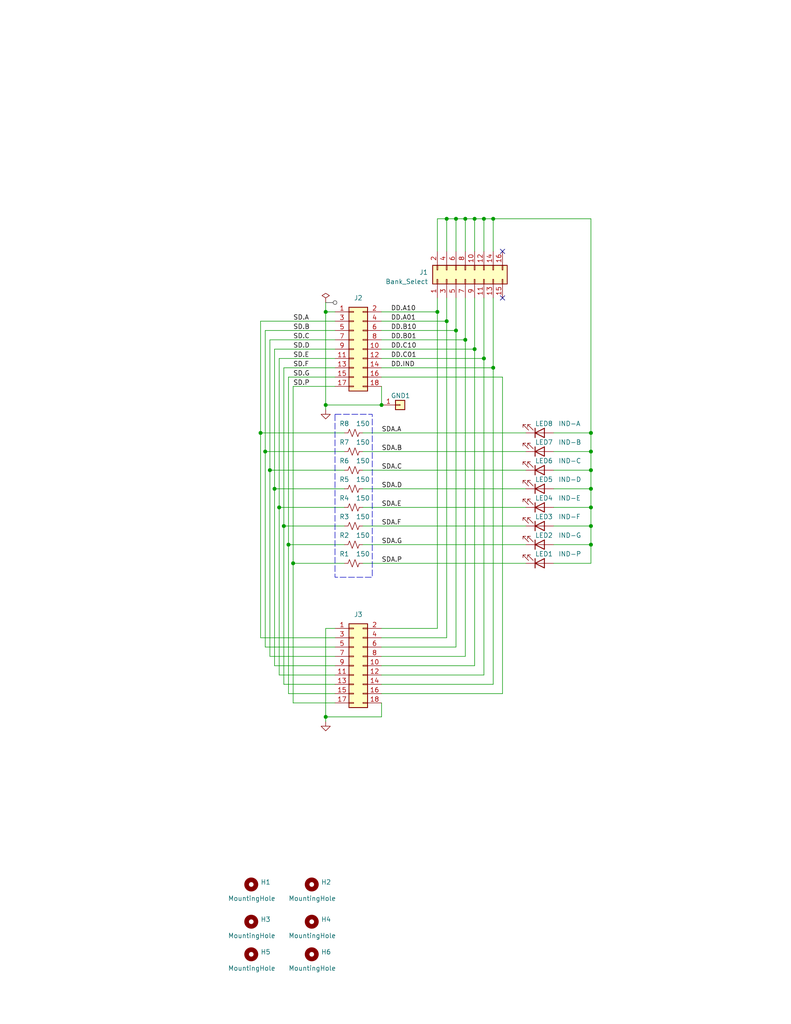
<source format=kicad_sch>
(kicad_sch (version 20230121) (generator eeschema)

  (uuid 6837b59f-09d9-4828-b818-e554889c44cd)

  (paper "A" portrait)

  (title_block
    (title "Portable Score Board - Linear Indicator")
    (date "2024-06-23")
    (rev "1")
    (company "AESilky")
    (comment 1 "Copyright AESilky 2023-24")
    (comment 4 "Linear Indicator LEDs for Score Board Assy")
  )

  (lib_symbols
    (symbol "Connector_Generic:Conn_01x01" (pin_names (offset 1.016) hide) (in_bom yes) (on_board yes)
      (property "Reference" "J" (at 0 2.54 0)
        (effects (font (size 1.27 1.27)))
      )
      (property "Value" "Conn_01x01" (at 0 -2.54 0)
        (effects (font (size 1.27 1.27)))
      )
      (property "Footprint" "" (at 0 0 0)
        (effects (font (size 1.27 1.27)) hide)
      )
      (property "Datasheet" "~" (at 0 0 0)
        (effects (font (size 1.27 1.27)) hide)
      )
      (property "ki_keywords" "connector" (at 0 0 0)
        (effects (font (size 1.27 1.27)) hide)
      )
      (property "ki_description" "Generic connector, single row, 01x01, script generated (kicad-library-utils/schlib/autogen/connector/)" (at 0 0 0)
        (effects (font (size 1.27 1.27)) hide)
      )
      (property "ki_fp_filters" "Connector*:*_1x??_*" (at 0 0 0)
        (effects (font (size 1.27 1.27)) hide)
      )
      (symbol "Conn_01x01_1_1"
        (rectangle (start -1.27 0.127) (end 0 -0.127)
          (stroke (width 0.1524) (type default))
          (fill (type none))
        )
        (rectangle (start -1.27 1.27) (end 1.27 -1.27)
          (stroke (width 0.254) (type default))
          (fill (type background))
        )
        (pin passive line (at -5.08 0 0) (length 3.81)
          (name "Pin_1" (effects (font (size 1.27 1.27))))
          (number "1" (effects (font (size 1.27 1.27))))
        )
      )
    )
    (symbol "Connector_Generic:Conn_02x08_Odd_Even" (pin_names (offset 1.016) hide) (in_bom yes) (on_board yes)
      (property "Reference" "J" (at 1.27 10.16 0)
        (effects (font (size 1.27 1.27)))
      )
      (property "Value" "Conn_02x08_Odd_Even" (at 1.27 -12.7 0)
        (effects (font (size 1.27 1.27)))
      )
      (property "Footprint" "" (at 0 0 0)
        (effects (font (size 1.27 1.27)) hide)
      )
      (property "Datasheet" "~" (at 0 0 0)
        (effects (font (size 1.27 1.27)) hide)
      )
      (property "ki_keywords" "connector" (at 0 0 0)
        (effects (font (size 1.27 1.27)) hide)
      )
      (property "ki_description" "Generic connector, double row, 02x08, odd/even pin numbering scheme (row 1 odd numbers, row 2 even numbers), script generated (kicad-library-utils/schlib/autogen/connector/)" (at 0 0 0)
        (effects (font (size 1.27 1.27)) hide)
      )
      (property "ki_fp_filters" "Connector*:*_2x??_*" (at 0 0 0)
        (effects (font (size 1.27 1.27)) hide)
      )
      (symbol "Conn_02x08_Odd_Even_1_1"
        (rectangle (start -1.27 -10.033) (end 0 -10.287)
          (stroke (width 0.1524) (type default))
          (fill (type none))
        )
        (rectangle (start -1.27 -7.493) (end 0 -7.747)
          (stroke (width 0.1524) (type default))
          (fill (type none))
        )
        (rectangle (start -1.27 -4.953) (end 0 -5.207)
          (stroke (width 0.1524) (type default))
          (fill (type none))
        )
        (rectangle (start -1.27 -2.413) (end 0 -2.667)
          (stroke (width 0.1524) (type default))
          (fill (type none))
        )
        (rectangle (start -1.27 0.127) (end 0 -0.127)
          (stroke (width 0.1524) (type default))
          (fill (type none))
        )
        (rectangle (start -1.27 2.667) (end 0 2.413)
          (stroke (width 0.1524) (type default))
          (fill (type none))
        )
        (rectangle (start -1.27 5.207) (end 0 4.953)
          (stroke (width 0.1524) (type default))
          (fill (type none))
        )
        (rectangle (start -1.27 7.747) (end 0 7.493)
          (stroke (width 0.1524) (type default))
          (fill (type none))
        )
        (rectangle (start -1.27 8.89) (end 3.81 -11.43)
          (stroke (width 0.254) (type default))
          (fill (type background))
        )
        (rectangle (start 3.81 -10.033) (end 2.54 -10.287)
          (stroke (width 0.1524) (type default))
          (fill (type none))
        )
        (rectangle (start 3.81 -7.493) (end 2.54 -7.747)
          (stroke (width 0.1524) (type default))
          (fill (type none))
        )
        (rectangle (start 3.81 -4.953) (end 2.54 -5.207)
          (stroke (width 0.1524) (type default))
          (fill (type none))
        )
        (rectangle (start 3.81 -2.413) (end 2.54 -2.667)
          (stroke (width 0.1524) (type default))
          (fill (type none))
        )
        (rectangle (start 3.81 0.127) (end 2.54 -0.127)
          (stroke (width 0.1524) (type default))
          (fill (type none))
        )
        (rectangle (start 3.81 2.667) (end 2.54 2.413)
          (stroke (width 0.1524) (type default))
          (fill (type none))
        )
        (rectangle (start 3.81 5.207) (end 2.54 4.953)
          (stroke (width 0.1524) (type default))
          (fill (type none))
        )
        (rectangle (start 3.81 7.747) (end 2.54 7.493)
          (stroke (width 0.1524) (type default))
          (fill (type none))
        )
        (pin passive line (at -5.08 7.62 0) (length 3.81)
          (name "Pin_1" (effects (font (size 1.27 1.27))))
          (number "1" (effects (font (size 1.27 1.27))))
        )
        (pin passive line (at 7.62 -2.54 180) (length 3.81)
          (name "Pin_10" (effects (font (size 1.27 1.27))))
          (number "10" (effects (font (size 1.27 1.27))))
        )
        (pin passive line (at -5.08 -5.08 0) (length 3.81)
          (name "Pin_11" (effects (font (size 1.27 1.27))))
          (number "11" (effects (font (size 1.27 1.27))))
        )
        (pin passive line (at 7.62 -5.08 180) (length 3.81)
          (name "Pin_12" (effects (font (size 1.27 1.27))))
          (number "12" (effects (font (size 1.27 1.27))))
        )
        (pin passive line (at -5.08 -7.62 0) (length 3.81)
          (name "Pin_13" (effects (font (size 1.27 1.27))))
          (number "13" (effects (font (size 1.27 1.27))))
        )
        (pin passive line (at 7.62 -7.62 180) (length 3.81)
          (name "Pin_14" (effects (font (size 1.27 1.27))))
          (number "14" (effects (font (size 1.27 1.27))))
        )
        (pin passive line (at -5.08 -10.16 0) (length 3.81)
          (name "Pin_15" (effects (font (size 1.27 1.27))))
          (number "15" (effects (font (size 1.27 1.27))))
        )
        (pin passive line (at 7.62 -10.16 180) (length 3.81)
          (name "Pin_16" (effects (font (size 1.27 1.27))))
          (number "16" (effects (font (size 1.27 1.27))))
        )
        (pin passive line (at 7.62 7.62 180) (length 3.81)
          (name "Pin_2" (effects (font (size 1.27 1.27))))
          (number "2" (effects (font (size 1.27 1.27))))
        )
        (pin passive line (at -5.08 5.08 0) (length 3.81)
          (name "Pin_3" (effects (font (size 1.27 1.27))))
          (number "3" (effects (font (size 1.27 1.27))))
        )
        (pin passive line (at 7.62 5.08 180) (length 3.81)
          (name "Pin_4" (effects (font (size 1.27 1.27))))
          (number "4" (effects (font (size 1.27 1.27))))
        )
        (pin passive line (at -5.08 2.54 0) (length 3.81)
          (name "Pin_5" (effects (font (size 1.27 1.27))))
          (number "5" (effects (font (size 1.27 1.27))))
        )
        (pin passive line (at 7.62 2.54 180) (length 3.81)
          (name "Pin_6" (effects (font (size 1.27 1.27))))
          (number "6" (effects (font (size 1.27 1.27))))
        )
        (pin passive line (at -5.08 0 0) (length 3.81)
          (name "Pin_7" (effects (font (size 1.27 1.27))))
          (number "7" (effects (font (size 1.27 1.27))))
        )
        (pin passive line (at 7.62 0 180) (length 3.81)
          (name "Pin_8" (effects (font (size 1.27 1.27))))
          (number "8" (effects (font (size 1.27 1.27))))
        )
        (pin passive line (at -5.08 -2.54 0) (length 3.81)
          (name "Pin_9" (effects (font (size 1.27 1.27))))
          (number "9" (effects (font (size 1.27 1.27))))
        )
      )
    )
    (symbol "Connector_Generic:Conn_02x09_Odd_Even" (pin_names (offset 1.016) hide) (in_bom yes) (on_board yes)
      (property "Reference" "J" (at 1.27 12.7 0)
        (effects (font (size 1.27 1.27)))
      )
      (property "Value" "Conn_02x09_Odd_Even" (at 1.27 -12.7 0)
        (effects (font (size 1.27 1.27)))
      )
      (property "Footprint" "" (at 0 0 0)
        (effects (font (size 1.27 1.27)) hide)
      )
      (property "Datasheet" "~" (at 0 0 0)
        (effects (font (size 1.27 1.27)) hide)
      )
      (property "ki_keywords" "connector" (at 0 0 0)
        (effects (font (size 1.27 1.27)) hide)
      )
      (property "ki_description" "Generic connector, double row, 02x09, odd/even pin numbering scheme (row 1 odd numbers, row 2 even numbers), script generated (kicad-library-utils/schlib/autogen/connector/)" (at 0 0 0)
        (effects (font (size 1.27 1.27)) hide)
      )
      (property "ki_fp_filters" "Connector*:*_2x??_*" (at 0 0 0)
        (effects (font (size 1.27 1.27)) hide)
      )
      (symbol "Conn_02x09_Odd_Even_1_1"
        (rectangle (start -1.27 -10.033) (end 0 -10.287)
          (stroke (width 0.1524) (type default))
          (fill (type none))
        )
        (rectangle (start -1.27 -7.493) (end 0 -7.747)
          (stroke (width 0.1524) (type default))
          (fill (type none))
        )
        (rectangle (start -1.27 -4.953) (end 0 -5.207)
          (stroke (width 0.1524) (type default))
          (fill (type none))
        )
        (rectangle (start -1.27 -2.413) (end 0 -2.667)
          (stroke (width 0.1524) (type default))
          (fill (type none))
        )
        (rectangle (start -1.27 0.127) (end 0 -0.127)
          (stroke (width 0.1524) (type default))
          (fill (type none))
        )
        (rectangle (start -1.27 2.667) (end 0 2.413)
          (stroke (width 0.1524) (type default))
          (fill (type none))
        )
        (rectangle (start -1.27 5.207) (end 0 4.953)
          (stroke (width 0.1524) (type default))
          (fill (type none))
        )
        (rectangle (start -1.27 7.747) (end 0 7.493)
          (stroke (width 0.1524) (type default))
          (fill (type none))
        )
        (rectangle (start -1.27 10.287) (end 0 10.033)
          (stroke (width 0.1524) (type default))
          (fill (type none))
        )
        (rectangle (start -1.27 11.43) (end 3.81 -11.43)
          (stroke (width 0.254) (type default))
          (fill (type background))
        )
        (rectangle (start 3.81 -10.033) (end 2.54 -10.287)
          (stroke (width 0.1524) (type default))
          (fill (type none))
        )
        (rectangle (start 3.81 -7.493) (end 2.54 -7.747)
          (stroke (width 0.1524) (type default))
          (fill (type none))
        )
        (rectangle (start 3.81 -4.953) (end 2.54 -5.207)
          (stroke (width 0.1524) (type default))
          (fill (type none))
        )
        (rectangle (start 3.81 -2.413) (end 2.54 -2.667)
          (stroke (width 0.1524) (type default))
          (fill (type none))
        )
        (rectangle (start 3.81 0.127) (end 2.54 -0.127)
          (stroke (width 0.1524) (type default))
          (fill (type none))
        )
        (rectangle (start 3.81 2.667) (end 2.54 2.413)
          (stroke (width 0.1524) (type default))
          (fill (type none))
        )
        (rectangle (start 3.81 5.207) (end 2.54 4.953)
          (stroke (width 0.1524) (type default))
          (fill (type none))
        )
        (rectangle (start 3.81 7.747) (end 2.54 7.493)
          (stroke (width 0.1524) (type default))
          (fill (type none))
        )
        (rectangle (start 3.81 10.287) (end 2.54 10.033)
          (stroke (width 0.1524) (type default))
          (fill (type none))
        )
        (pin passive line (at -5.08 10.16 0) (length 3.81)
          (name "Pin_1" (effects (font (size 1.27 1.27))))
          (number "1" (effects (font (size 1.27 1.27))))
        )
        (pin passive line (at 7.62 0 180) (length 3.81)
          (name "Pin_10" (effects (font (size 1.27 1.27))))
          (number "10" (effects (font (size 1.27 1.27))))
        )
        (pin passive line (at -5.08 -2.54 0) (length 3.81)
          (name "Pin_11" (effects (font (size 1.27 1.27))))
          (number "11" (effects (font (size 1.27 1.27))))
        )
        (pin passive line (at 7.62 -2.54 180) (length 3.81)
          (name "Pin_12" (effects (font (size 1.27 1.27))))
          (number "12" (effects (font (size 1.27 1.27))))
        )
        (pin passive line (at -5.08 -5.08 0) (length 3.81)
          (name "Pin_13" (effects (font (size 1.27 1.27))))
          (number "13" (effects (font (size 1.27 1.27))))
        )
        (pin passive line (at 7.62 -5.08 180) (length 3.81)
          (name "Pin_14" (effects (font (size 1.27 1.27))))
          (number "14" (effects (font (size 1.27 1.27))))
        )
        (pin passive line (at -5.08 -7.62 0) (length 3.81)
          (name "Pin_15" (effects (font (size 1.27 1.27))))
          (number "15" (effects (font (size 1.27 1.27))))
        )
        (pin passive line (at 7.62 -7.62 180) (length 3.81)
          (name "Pin_16" (effects (font (size 1.27 1.27))))
          (number "16" (effects (font (size 1.27 1.27))))
        )
        (pin passive line (at -5.08 -10.16 0) (length 3.81)
          (name "Pin_17" (effects (font (size 1.27 1.27))))
          (number "17" (effects (font (size 1.27 1.27))))
        )
        (pin passive line (at 7.62 -10.16 180) (length 3.81)
          (name "Pin_18" (effects (font (size 1.27 1.27))))
          (number "18" (effects (font (size 1.27 1.27))))
        )
        (pin passive line (at 7.62 10.16 180) (length 3.81)
          (name "Pin_2" (effects (font (size 1.27 1.27))))
          (number "2" (effects (font (size 1.27 1.27))))
        )
        (pin passive line (at -5.08 7.62 0) (length 3.81)
          (name "Pin_3" (effects (font (size 1.27 1.27))))
          (number "3" (effects (font (size 1.27 1.27))))
        )
        (pin passive line (at 7.62 7.62 180) (length 3.81)
          (name "Pin_4" (effects (font (size 1.27 1.27))))
          (number "4" (effects (font (size 1.27 1.27))))
        )
        (pin passive line (at -5.08 5.08 0) (length 3.81)
          (name "Pin_5" (effects (font (size 1.27 1.27))))
          (number "5" (effects (font (size 1.27 1.27))))
        )
        (pin passive line (at 7.62 5.08 180) (length 3.81)
          (name "Pin_6" (effects (font (size 1.27 1.27))))
          (number "6" (effects (font (size 1.27 1.27))))
        )
        (pin passive line (at -5.08 2.54 0) (length 3.81)
          (name "Pin_7" (effects (font (size 1.27 1.27))))
          (number "7" (effects (font (size 1.27 1.27))))
        )
        (pin passive line (at 7.62 2.54 180) (length 3.81)
          (name "Pin_8" (effects (font (size 1.27 1.27))))
          (number "8" (effects (font (size 1.27 1.27))))
        )
        (pin passive line (at -5.08 0 0) (length 3.81)
          (name "Pin_9" (effects (font (size 1.27 1.27))))
          (number "9" (effects (font (size 1.27 1.27))))
        )
      )
    )
    (symbol "Device:LED" (pin_numbers hide) (pin_names (offset 1.016) hide) (in_bom yes) (on_board yes)
      (property "Reference" "D" (at 0 2.54 0)
        (effects (font (size 1.27 1.27)))
      )
      (property "Value" "LED" (at 0 -2.54 0)
        (effects (font (size 1.27 1.27)))
      )
      (property "Footprint" "" (at 0 0 0)
        (effects (font (size 1.27 1.27)) hide)
      )
      (property "Datasheet" "~" (at 0 0 0)
        (effects (font (size 1.27 1.27)) hide)
      )
      (property "ki_keywords" "LED diode" (at 0 0 0)
        (effects (font (size 1.27 1.27)) hide)
      )
      (property "ki_description" "Light emitting diode" (at 0 0 0)
        (effects (font (size 1.27 1.27)) hide)
      )
      (property "ki_fp_filters" "LED* LED_SMD:* LED_THT:*" (at 0 0 0)
        (effects (font (size 1.27 1.27)) hide)
      )
      (symbol "LED_0_1"
        (polyline
          (pts
            (xy -1.27 -1.27)
            (xy -1.27 1.27)
          )
          (stroke (width 0.254) (type default))
          (fill (type none))
        )
        (polyline
          (pts
            (xy -1.27 0)
            (xy 1.27 0)
          )
          (stroke (width 0) (type default))
          (fill (type none))
        )
        (polyline
          (pts
            (xy 1.27 -1.27)
            (xy 1.27 1.27)
            (xy -1.27 0)
            (xy 1.27 -1.27)
          )
          (stroke (width 0.254) (type default))
          (fill (type none))
        )
        (polyline
          (pts
            (xy -3.048 -0.762)
            (xy -4.572 -2.286)
            (xy -3.81 -2.286)
            (xy -4.572 -2.286)
            (xy -4.572 -1.524)
          )
          (stroke (width 0) (type default))
          (fill (type none))
        )
        (polyline
          (pts
            (xy -1.778 -0.762)
            (xy -3.302 -2.286)
            (xy -2.54 -2.286)
            (xy -3.302 -2.286)
            (xy -3.302 -1.524)
          )
          (stroke (width 0) (type default))
          (fill (type none))
        )
      )
      (symbol "LED_1_1"
        (pin passive line (at -3.81 0 0) (length 2.54)
          (name "K" (effects (font (size 1.27 1.27))))
          (number "1" (effects (font (size 1.27 1.27))))
        )
        (pin passive line (at 3.81 0 180) (length 2.54)
          (name "A" (effects (font (size 1.27 1.27))))
          (number "2" (effects (font (size 1.27 1.27))))
        )
      )
    )
    (symbol "Device:R_Small_US" (pin_numbers hide) (pin_names (offset 0.254) hide) (in_bom yes) (on_board yes)
      (property "Reference" "R" (at 0.762 0.508 0)
        (effects (font (size 1.27 1.27)) (justify left))
      )
      (property "Value" "R_Small_US" (at 0.762 -1.016 0)
        (effects (font (size 1.27 1.27)) (justify left))
      )
      (property "Footprint" "" (at 0 0 0)
        (effects (font (size 1.27 1.27)) hide)
      )
      (property "Datasheet" "~" (at 0 0 0)
        (effects (font (size 1.27 1.27)) hide)
      )
      (property "ki_keywords" "r resistor" (at 0 0 0)
        (effects (font (size 1.27 1.27)) hide)
      )
      (property "ki_description" "Resistor, small US symbol" (at 0 0 0)
        (effects (font (size 1.27 1.27)) hide)
      )
      (property "ki_fp_filters" "R_*" (at 0 0 0)
        (effects (font (size 1.27 1.27)) hide)
      )
      (symbol "R_Small_US_1_1"
        (polyline
          (pts
            (xy 0 0)
            (xy 1.016 -0.381)
            (xy 0 -0.762)
            (xy -1.016 -1.143)
            (xy 0 -1.524)
          )
          (stroke (width 0) (type default))
          (fill (type none))
        )
        (polyline
          (pts
            (xy 0 1.524)
            (xy 1.016 1.143)
            (xy 0 0.762)
            (xy -1.016 0.381)
            (xy 0 0)
          )
          (stroke (width 0) (type default))
          (fill (type none))
        )
        (pin passive line (at 0 2.54 270) (length 1.016)
          (name "~" (effects (font (size 1.27 1.27))))
          (number "1" (effects (font (size 1.27 1.27))))
        )
        (pin passive line (at 0 -2.54 90) (length 1.016)
          (name "~" (effects (font (size 1.27 1.27))))
          (number "2" (effects (font (size 1.27 1.27))))
        )
      )
    )
    (symbol "Mechanical:MountingHole" (pin_names (offset 1.016)) (in_bom yes) (on_board yes)
      (property "Reference" "H" (at 0 5.08 0)
        (effects (font (size 1.27 1.27)))
      )
      (property "Value" "MountingHole" (at 0 3.175 0)
        (effects (font (size 1.27 1.27)))
      )
      (property "Footprint" "" (at 0 0 0)
        (effects (font (size 1.27 1.27)) hide)
      )
      (property "Datasheet" "~" (at 0 0 0)
        (effects (font (size 1.27 1.27)) hide)
      )
      (property "ki_keywords" "mounting hole" (at 0 0 0)
        (effects (font (size 1.27 1.27)) hide)
      )
      (property "ki_description" "Mounting Hole without connection" (at 0 0 0)
        (effects (font (size 1.27 1.27)) hide)
      )
      (property "ki_fp_filters" "MountingHole*" (at 0 0 0)
        (effects (font (size 1.27 1.27)) hide)
      )
      (symbol "MountingHole_0_1"
        (circle (center 0 0) (radius 1.27)
          (stroke (width 1.27) (type default))
          (fill (type none))
        )
      )
    )
    (symbol "power:GND" (power) (pin_names (offset 0)) (in_bom yes) (on_board yes)
      (property "Reference" "#PWR" (at 0 -6.35 0)
        (effects (font (size 1.27 1.27)) hide)
      )
      (property "Value" "GND" (at 0 -3.81 0)
        (effects (font (size 1.27 1.27)))
      )
      (property "Footprint" "" (at 0 0 0)
        (effects (font (size 1.27 1.27)) hide)
      )
      (property "Datasheet" "" (at 0 0 0)
        (effects (font (size 1.27 1.27)) hide)
      )
      (property "ki_keywords" "global power" (at 0 0 0)
        (effects (font (size 1.27 1.27)) hide)
      )
      (property "ki_description" "Power symbol creates a global label with name \"GND\" , ground" (at 0 0 0)
        (effects (font (size 1.27 1.27)) hide)
      )
      (symbol "GND_0_1"
        (polyline
          (pts
            (xy 0 0)
            (xy 0 -1.27)
            (xy 1.27 -1.27)
            (xy 0 -2.54)
            (xy -1.27 -1.27)
            (xy 0 -1.27)
          )
          (stroke (width 0) (type default))
          (fill (type none))
        )
      )
      (symbol "GND_1_1"
        (pin power_in line (at 0 0 270) (length 0) hide
          (name "GND" (effects (font (size 1.27 1.27))))
          (number "1" (effects (font (size 1.27 1.27))))
        )
      )
    )
    (symbol "power:PWR_FLAG" (power) (pin_numbers hide) (pin_names (offset 0) hide) (in_bom yes) (on_board yes)
      (property "Reference" "#FLG" (at 0 1.905 0)
        (effects (font (size 1.27 1.27)) hide)
      )
      (property "Value" "PWR_FLAG" (at 0 3.81 0)
        (effects (font (size 1.27 1.27)))
      )
      (property "Footprint" "" (at 0 0 0)
        (effects (font (size 1.27 1.27)) hide)
      )
      (property "Datasheet" "~" (at 0 0 0)
        (effects (font (size 1.27 1.27)) hide)
      )
      (property "ki_keywords" "flag power" (at 0 0 0)
        (effects (font (size 1.27 1.27)) hide)
      )
      (property "ki_description" "Special symbol for telling ERC where power comes from" (at 0 0 0)
        (effects (font (size 1.27 1.27)) hide)
      )
      (symbol "PWR_FLAG_0_0"
        (pin power_out line (at 0 0 90) (length 0)
          (name "pwr" (effects (font (size 1.27 1.27))))
          (number "1" (effects (font (size 1.27 1.27))))
        )
      )
      (symbol "PWR_FLAG_0_1"
        (polyline
          (pts
            (xy 0 0)
            (xy 0 1.27)
            (xy -1.016 1.905)
            (xy 0 2.54)
            (xy 1.016 1.905)
            (xy 0 1.27)
          )
          (stroke (width 0) (type default))
          (fill (type none))
        )
      )
    )
  )

  (bus_alias "SEGMENT-DRIVE-A" (members "SDA.A" "SDA.B" "SDA.C" "SDA.D" "SDA.E" "SDA.F" "SDA.G" "SDA.P"))
  (junction (at 161.29 138.43) (diameter 0) (color 0 0 0 0)
    (uuid 059edc57-4bb8-481a-aa14-56b5e93e4c4e)
  )
  (junction (at 124.46 59.69) (diameter 0) (color 0 0 0 0)
    (uuid 100ebcf9-8651-4844-b5e9-fc3ac83594f1)
  )
  (junction (at 127 92.71) (diameter 0) (color 0 0 0 0)
    (uuid 116fc60c-6d81-45a5-ab67-dc48d9e41576)
  )
  (junction (at 121.92 87.63) (diameter 0) (color 0 0 0 0)
    (uuid 183c0fa2-d472-413f-8021-321fc08eabd6)
  )
  (junction (at 132.08 59.69) (diameter 0) (color 0 0 0 0)
    (uuid 187c32d7-dc0d-4a87-80c8-5680e1df2164)
  )
  (junction (at 72.39 123.19) (diameter 0) (color 0 0 0 0)
    (uuid 2cd04898-3914-4143-8c65-4f51fb158b6b)
  )
  (junction (at 121.92 59.69) (diameter 0) (color 0 0 0 0)
    (uuid 30a53c83-e634-4e70-b995-1cbf1951e2ef)
  )
  (junction (at 124.46 90.17) (diameter 0) (color 0 0 0 0)
    (uuid 3e847485-2fcd-4ba5-a2fa-bf603ec4850e)
  )
  (junction (at 80.01 153.67) (diameter 0) (color 0 0 0 0)
    (uuid 4782b4df-ea73-4222-bd5b-9eb40cf3f2ed)
  )
  (junction (at 161.29 148.59) (diameter 0) (color 0 0 0 0)
    (uuid 48419adb-894c-4a82-b972-17e50be2e5a3)
  )
  (junction (at 88.9 195.58) (diameter 0) (color 0 0 0 0)
    (uuid 4e350d84-b068-46d0-abf3-445379256afc)
  )
  (junction (at 161.29 133.35) (diameter 0) (color 0 0 0 0)
    (uuid 5923b5be-10bb-48a3-b72d-7bce92bcb9cf)
  )
  (junction (at 129.54 95.25) (diameter 0) (color 0 0 0 0)
    (uuid 5ff9e104-a74e-4bb4-8081-8ebcc11e2319)
  )
  (junction (at 71.12 118.11) (diameter 0) (color 0 0 0 0)
    (uuid 80602ac1-cd30-471a-999a-d51ddd78bc64)
  )
  (junction (at 161.29 143.51) (diameter 0) (color 0 0 0 0)
    (uuid 82cd4a7f-fe7c-4921-935a-f36c3d0a0325)
  )
  (junction (at 134.62 59.69) (diameter 0) (color 0 0 0 0)
    (uuid 835a86da-97fb-4e3b-90b6-ddf71105e813)
  )
  (junction (at 132.08 97.79) (diameter 0) (color 0 0 0 0)
    (uuid 8585e830-5648-4d14-ba56-d78fe267ea40)
  )
  (junction (at 129.54 59.69) (diameter 0) (color 0 0 0 0)
    (uuid 89b9a843-f6b0-4133-85e6-c5afa7418b0c)
  )
  (junction (at 88.9 110.49) (diameter 0) (color 0 0 0 0)
    (uuid 95ce1373-615f-46e1-8699-5bd13c7f7f81)
  )
  (junction (at 76.2 138.43) (diameter 0) (color 0 0 0 0)
    (uuid 97550c26-c789-4983-8522-431d76dbce44)
  )
  (junction (at 77.47 143.51) (diameter 0) (color 0 0 0 0)
    (uuid a20bf208-e2a0-43f0-8a1d-5111d831bf4d)
  )
  (junction (at 161.29 118.11) (diameter 0) (color 0 0 0 0)
    (uuid a636e402-37db-45b8-a718-a332021121cb)
  )
  (junction (at 88.9 85.09) (diameter 0) (color 0 0 0 0)
    (uuid a8c81262-eeb2-4334-8c68-46cf278e9b2c)
  )
  (junction (at 104.14 110.49) (diameter 0) (color 0 0 0 0)
    (uuid c0923114-c5f2-41af-9596-5059720f6322)
  )
  (junction (at 161.29 123.19) (diameter 0) (color 0 0 0 0)
    (uuid c666b599-bb99-45eb-b8c2-4d5815962e88)
  )
  (junction (at 74.93 133.35) (diameter 0) (color 0 0 0 0)
    (uuid caf1a843-d754-4a4b-8563-3dfe1bf55cff)
  )
  (junction (at 134.62 100.33) (diameter 0) (color 0 0 0 0)
    (uuid cd8f42ea-7167-4b79-a411-e19d6a13f90a)
  )
  (junction (at 161.29 128.27) (diameter 0) (color 0 0 0 0)
    (uuid d497ec68-c061-4aa7-b473-4267d485a741)
  )
  (junction (at 78.74 148.59) (diameter 0) (color 0 0 0 0)
    (uuid d5adbf2b-0e74-4589-8303-feb60df080d6)
  )
  (junction (at 127 59.69) (diameter 0) (color 0 0 0 0)
    (uuid e016b3f9-66cb-478f-979e-14f1c974d7a6)
  )
  (junction (at 119.38 85.09) (diameter 0) (color 0 0 0 0)
    (uuid e7370374-5022-4e5b-a25e-06f34d24e497)
  )
  (junction (at 73.66 128.27) (diameter 0) (color 0 0 0 0)
    (uuid f1a058f8-c3d2-49a0-b20b-7dd07f02f196)
  )

  (no_connect (at 137.16 68.58) (uuid 12855b79-2cd5-4629-a15d-b3e42aa9e41a))
  (no_connect (at 137.16 81.28) (uuid 2d921322-0d53-4b42-8b45-ebd7ee2f5265))

  (wire (pts (xy 77.47 100.33) (xy 77.47 143.51))
    (stroke (width 0) (type default))
    (uuid 00d47763-cbc4-46fe-8623-d6f014762bb1)
  )
  (wire (pts (xy 161.29 118.11) (xy 161.29 123.19))
    (stroke (width 0) (type default))
    (uuid 024c9cc6-3ca3-47ee-b37e-aac0f806a5ec)
  )
  (wire (pts (xy 151.13 153.67) (xy 161.29 153.67))
    (stroke (width 0) (type default))
    (uuid 02721b76-db57-4941-8c11-0a8f6e67c373)
  )
  (wire (pts (xy 91.44 85.09) (xy 88.9 85.09))
    (stroke (width 0) (type default))
    (uuid 03b95a9a-dc7f-4b8a-bb62-9e41b0ad8143)
  )
  (wire (pts (xy 104.14 176.53) (xy 124.46 176.53))
    (stroke (width 0) (type default))
    (uuid 052f3b0a-09d1-46be-9531-d45353abb952)
  )
  (wire (pts (xy 76.2 138.43) (xy 76.2 184.15))
    (stroke (width 0) (type default))
    (uuid 0a70b56f-c410-4c5d-885b-0d3e3066e0cf)
  )
  (wire (pts (xy 99.06 138.43) (xy 143.51 138.43))
    (stroke (width 0) (type default))
    (uuid 0d39b057-a349-44e3-9c8f-23cb017bab6c)
  )
  (wire (pts (xy 161.29 148.59) (xy 161.29 153.67))
    (stroke (width 0) (type default))
    (uuid 0d67d7d9-9955-454d-92a9-8f6bad5fd232)
  )
  (wire (pts (xy 104.14 110.49) (xy 88.9 110.49))
    (stroke (width 0) (type default))
    (uuid 0e2d16d2-03d7-4097-8f60-c9f6308b83c5)
  )
  (wire (pts (xy 99.06 128.27) (xy 143.51 128.27))
    (stroke (width 0) (type default))
    (uuid 0e6e50b6-dfca-443b-a8c4-1a7feed50364)
  )
  (wire (pts (xy 121.92 59.69) (xy 119.38 59.69))
    (stroke (width 0) (type default))
    (uuid 12273b10-6008-43cc-9a47-20de267bbe75)
  )
  (wire (pts (xy 127 81.28) (xy 127 92.71))
    (stroke (width 0) (type default))
    (uuid 12de63bd-99d8-49f9-8945-6b6a631d6ce9)
  )
  (wire (pts (xy 124.46 68.58) (xy 124.46 59.69))
    (stroke (width 0) (type default))
    (uuid 132bcb0a-d13a-4953-8643-9e35d3d938a0)
  )
  (wire (pts (xy 88.9 171.45) (xy 88.9 195.58))
    (stroke (width 0) (type default))
    (uuid 15bc66ca-73bd-49c2-bfd1-cc39139dfae1)
  )
  (wire (pts (xy 91.44 184.15) (xy 76.2 184.15))
    (stroke (width 0) (type default))
    (uuid 16cfb542-8aad-4311-9e45-04db9797efec)
  )
  (wire (pts (xy 104.14 181.61) (xy 129.54 181.61))
    (stroke (width 0) (type default))
    (uuid 19e99783-b53c-4cd9-a942-06820ceb68d0)
  )
  (wire (pts (xy 151.13 118.11) (xy 161.29 118.11))
    (stroke (width 0) (type default))
    (uuid 24b3f3c1-d18b-4e40-9e1b-228bc83af5fa)
  )
  (wire (pts (xy 72.39 123.19) (xy 72.39 176.53))
    (stroke (width 0) (type default))
    (uuid 25d6dc6b-a8c2-4e48-8d1e-ffd9a95d8d1a)
  )
  (wire (pts (xy 132.08 59.69) (xy 132.08 68.58))
    (stroke (width 0) (type default))
    (uuid 26a33928-916f-451f-a6d0-4367926e46b2)
  )
  (wire (pts (xy 76.2 138.43) (xy 93.98 138.43))
    (stroke (width 0) (type default))
    (uuid 29928035-4f2f-40b1-bf1e-ad8fe858c703)
  )
  (wire (pts (xy 78.74 102.87) (xy 91.44 102.87))
    (stroke (width 0) (type default))
    (uuid 2c40f39f-1d96-43d4-8c04-76112ac864f3)
  )
  (wire (pts (xy 77.47 100.33) (xy 91.44 100.33))
    (stroke (width 0) (type default))
    (uuid 2cf00952-61b7-479a-b413-d7e479f3d6dd)
  )
  (wire (pts (xy 99.06 153.67) (xy 143.51 153.67))
    (stroke (width 0) (type default))
    (uuid 2dbf1578-c5c4-4d14-88cf-2db44e79cb78)
  )
  (wire (pts (xy 80.01 153.67) (xy 80.01 191.77))
    (stroke (width 0) (type default))
    (uuid 32801122-3b2f-4fe5-bdce-aa06fab933ea)
  )
  (wire (pts (xy 73.66 92.71) (xy 91.44 92.71))
    (stroke (width 0) (type default))
    (uuid 3312ea8b-6f27-44af-aa69-dfe09869f62b)
  )
  (wire (pts (xy 104.14 179.07) (xy 127 179.07))
    (stroke (width 0) (type default))
    (uuid 36116b4f-9d71-4fcb-b580-e64d06f76e75)
  )
  (wire (pts (xy 132.08 184.15) (xy 132.08 97.79))
    (stroke (width 0) (type default))
    (uuid 37433dc7-71bb-454d-b6c3-b9e38504b447)
  )
  (wire (pts (xy 104.14 105.41) (xy 104.14 110.49))
    (stroke (width 0) (type default))
    (uuid 39866003-b8bc-430d-b65d-5399d7ba6ba3)
  )
  (wire (pts (xy 104.14 95.25) (xy 129.54 95.25))
    (stroke (width 0) (type default))
    (uuid 3c6209f2-fc09-4a98-b89c-fc052bc6d94c)
  )
  (wire (pts (xy 134.62 186.69) (xy 134.62 100.33))
    (stroke (width 0) (type default))
    (uuid 3eef2547-cd6d-426f-b747-ff7bfb2b185b)
  )
  (wire (pts (xy 78.74 102.87) (xy 78.74 148.59))
    (stroke (width 0) (type default))
    (uuid 3f62e466-fdc6-43f9-b780-c452c5ced72d)
  )
  (wire (pts (xy 121.92 173.99) (xy 121.92 87.63))
    (stroke (width 0) (type default))
    (uuid 4115c573-9d4e-4573-bbd1-b37d5336fc2a)
  )
  (wire (pts (xy 71.12 173.99) (xy 71.12 118.11))
    (stroke (width 0) (type default))
    (uuid 420af5df-a838-4048-920c-48e28120a579)
  )
  (wire (pts (xy 72.39 90.17) (xy 91.44 90.17))
    (stroke (width 0) (type default))
    (uuid 445f7c12-23a4-4c85-ad5f-0a4a8c9096da)
  )
  (wire (pts (xy 119.38 85.09) (xy 104.14 85.09))
    (stroke (width 0) (type default))
    (uuid 4c7b5cfb-2ea6-4b45-96ac-624000ecb972)
  )
  (wire (pts (xy 88.9 85.09) (xy 88.9 110.49))
    (stroke (width 0) (type default))
    (uuid 500feb81-c73e-4c9e-9492-4919daae7a1c)
  )
  (wire (pts (xy 77.47 143.51) (xy 77.47 186.69))
    (stroke (width 0) (type default))
    (uuid 513ca5c3-6b47-4b57-934b-17cdf647e20b)
  )
  (wire (pts (xy 161.29 143.51) (xy 161.29 148.59))
    (stroke (width 0) (type default))
    (uuid 55ecf650-257b-484b-b0f3-a0cf2cbf2f2c)
  )
  (wire (pts (xy 124.46 81.28) (xy 124.46 90.17))
    (stroke (width 0) (type default))
    (uuid 58a9bda9-1392-49eb-9035-02b7a5a2bc15)
  )
  (wire (pts (xy 104.14 90.17) (xy 124.46 90.17))
    (stroke (width 0) (type default))
    (uuid 5943429a-24f6-446e-ab07-04e6a5d2650c)
  )
  (wire (pts (xy 104.14 100.33) (xy 134.62 100.33))
    (stroke (width 0) (type default))
    (uuid 5d2ff057-7871-4bb7-b196-db434c83d2ec)
  )
  (wire (pts (xy 77.47 143.51) (xy 93.98 143.51))
    (stroke (width 0) (type default))
    (uuid 606ccec2-a45e-4e77-8cb7-f2b2574f905c)
  )
  (wire (pts (xy 104.14 191.77) (xy 104.14 195.58))
    (stroke (width 0) (type default))
    (uuid 629ce255-f1e7-4350-b220-aac66c12dc5c)
  )
  (wire (pts (xy 104.14 102.87) (xy 137.16 102.87))
    (stroke (width 0) (type default))
    (uuid 637cd025-232f-473d-94c3-e779ada6e790)
  )
  (wire (pts (xy 99.06 133.35) (xy 143.51 133.35))
    (stroke (width 0) (type default))
    (uuid 64314f7c-88ac-4fee-9500-f3667aa73055)
  )
  (wire (pts (xy 161.29 128.27) (xy 161.29 133.35))
    (stroke (width 0) (type default))
    (uuid 6460037a-809c-4935-8421-d0f7c92c7178)
  )
  (wire (pts (xy 161.29 133.35) (xy 161.29 138.43))
    (stroke (width 0) (type default))
    (uuid 648540e1-9e0e-4eae-b995-8177087bc399)
  )
  (wire (pts (xy 74.93 133.35) (xy 74.93 181.61))
    (stroke (width 0) (type default))
    (uuid 6aae41e9-7125-49ca-b8ae-18bf822d7103)
  )
  (wire (pts (xy 74.93 133.35) (xy 93.98 133.35))
    (stroke (width 0) (type default))
    (uuid 6cdbca8c-ee25-49c2-bc6e-a82ebc928e22)
  )
  (wire (pts (xy 76.2 97.79) (xy 91.44 97.79))
    (stroke (width 0) (type default))
    (uuid 6e51fdc8-3a87-4307-81d8-955e967ba3cd)
  )
  (wire (pts (xy 74.93 95.25) (xy 74.93 133.35))
    (stroke (width 0) (type default))
    (uuid 740a456f-f479-4296-a100-8967a4a05566)
  )
  (wire (pts (xy 88.9 195.58) (xy 88.9 196.85))
    (stroke (width 0) (type default))
    (uuid 74af6048-9a48-4c0f-a996-a5d7ae58c14e)
  )
  (wire (pts (xy 72.39 123.19) (xy 93.98 123.19))
    (stroke (width 0) (type default))
    (uuid 75916349-1e44-42b6-8ede-faf46c2c363c)
  )
  (wire (pts (xy 91.44 186.69) (xy 77.47 186.69))
    (stroke (width 0) (type default))
    (uuid 76022686-094d-4ea8-ac27-9218eaac1b59)
  )
  (wire (pts (xy 151.13 123.19) (xy 161.29 123.19))
    (stroke (width 0) (type default))
    (uuid 772b74a6-33cf-4759-b3e6-25a4c3de79e6)
  )
  (wire (pts (xy 91.44 171.45) (xy 88.9 171.45))
    (stroke (width 0) (type default))
    (uuid 7ff4b422-e571-4ac3-a6f0-0887ddf9ae60)
  )
  (wire (pts (xy 124.46 176.53) (xy 124.46 90.17))
    (stroke (width 0) (type default))
    (uuid 80337859-22c8-4b7a-9d2c-d0c9ed92fe5f)
  )
  (wire (pts (xy 134.62 59.69) (xy 134.62 68.58))
    (stroke (width 0) (type default))
    (uuid 8485b074-b893-4629-a77d-28f8cc3b010e)
  )
  (wire (pts (xy 161.29 138.43) (xy 161.29 143.51))
    (stroke (width 0) (type default))
    (uuid 8500416a-3d4a-42f4-a16c-0d98b8ba1777)
  )
  (wire (pts (xy 124.46 59.69) (xy 127 59.69))
    (stroke (width 0) (type default))
    (uuid 8640677c-9884-475b-9705-b60aeb7dfa8a)
  )
  (wire (pts (xy 99.06 123.19) (xy 143.51 123.19))
    (stroke (width 0) (type default))
    (uuid 8799c48b-6703-4793-810f-76e729a05de1)
  )
  (wire (pts (xy 72.39 90.17) (xy 72.39 123.19))
    (stroke (width 0) (type default))
    (uuid 8a9df546-f700-4730-9c0f-23df4ab83027)
  )
  (wire (pts (xy 129.54 181.61) (xy 129.54 95.25))
    (stroke (width 0) (type default))
    (uuid 8b204c1c-50b4-4f7a-bee2-9b9d50c5fb1e)
  )
  (wire (pts (xy 104.14 195.58) (xy 88.9 195.58))
    (stroke (width 0) (type default))
    (uuid 8e273156-291d-4e04-b984-49d71855bd1f)
  )
  (wire (pts (xy 80.01 153.67) (xy 93.98 153.67))
    (stroke (width 0) (type default))
    (uuid 906323d6-6e87-4bd4-b6ac-3ef257c0605f)
  )
  (wire (pts (xy 73.66 128.27) (xy 73.66 179.07))
    (stroke (width 0) (type default))
    (uuid 93935440-5fed-48e4-9e8b-2d8f8b8da724)
  )
  (wire (pts (xy 121.92 87.63) (xy 104.14 87.63))
    (stroke (width 0) (type default))
    (uuid 940d385a-f8a6-44d5-bbe5-db72d6e0922e)
  )
  (wire (pts (xy 91.44 189.23) (xy 78.74 189.23))
    (stroke (width 0) (type default))
    (uuid 9669c9aa-465e-4769-a585-c13ff712b3df)
  )
  (wire (pts (xy 132.08 59.69) (xy 134.62 59.69))
    (stroke (width 0) (type default))
    (uuid 9a27240e-85a3-4438-aa1b-f39c691caa04)
  )
  (wire (pts (xy 127 179.07) (xy 127 92.71))
    (stroke (width 0) (type default))
    (uuid 9cfcaaba-e0bf-4240-a9ec-c5c561dd009f)
  )
  (wire (pts (xy 119.38 171.45) (xy 119.38 85.09))
    (stroke (width 0) (type default))
    (uuid 9e45d3d9-ecf3-410d-95a0-4e89bd767556)
  )
  (wire (pts (xy 76.2 97.79) (xy 76.2 138.43))
    (stroke (width 0) (type default))
    (uuid 9f48c1a2-c7e6-4eb2-94c0-835da73b8ef4)
  )
  (wire (pts (xy 71.12 87.63) (xy 71.12 118.11))
    (stroke (width 0) (type default))
    (uuid 9feb9f99-609e-4156-b626-58cbeda0e592)
  )
  (wire (pts (xy 129.54 81.28) (xy 129.54 95.25))
    (stroke (width 0) (type default))
    (uuid a05ddc55-e3b9-4920-8396-dfae850d0ada)
  )
  (wire (pts (xy 132.08 81.28) (xy 132.08 97.79))
    (stroke (width 0) (type default))
    (uuid a0f56653-55ba-44f4-a9d6-b61836ebcda1)
  )
  (wire (pts (xy 151.13 128.27) (xy 161.29 128.27))
    (stroke (width 0) (type default))
    (uuid a1bdda17-bd36-4dfa-bd4d-c104cc4efccc)
  )
  (wire (pts (xy 88.9 82.55) (xy 88.9 85.09))
    (stroke (width 0) (type default))
    (uuid a234bfba-88a5-4791-9790-ae3d47c766b7)
  )
  (wire (pts (xy 119.38 59.69) (xy 119.38 68.58))
    (stroke (width 0) (type default))
    (uuid a2527feb-06e2-4745-bc89-68f291fa29b4)
  )
  (wire (pts (xy 73.66 128.27) (xy 93.98 128.27))
    (stroke (width 0) (type default))
    (uuid a36246a7-2703-44c8-b09d-88da5eda2fd0)
  )
  (wire (pts (xy 71.12 118.11) (xy 93.98 118.11))
    (stroke (width 0) (type default))
    (uuid a38a9e23-c50f-44e2-8bf1-dbc381b20f52)
  )
  (wire (pts (xy 104.14 184.15) (xy 132.08 184.15))
    (stroke (width 0) (type default))
    (uuid a5a2adaa-7a7f-427c-a8ae-94a17268317b)
  )
  (wire (pts (xy 99.06 143.51) (xy 143.51 143.51))
    (stroke (width 0) (type default))
    (uuid a68f1596-7b6a-42d5-9657-8b1c8bb010db)
  )
  (wire (pts (xy 80.01 105.41) (xy 91.44 105.41))
    (stroke (width 0) (type default))
    (uuid ab70bac4-a48e-484f-bebb-b718baaaacdb)
  )
  (wire (pts (xy 91.44 181.61) (xy 74.93 181.61))
    (stroke (width 0) (type default))
    (uuid ac78c5d3-eb69-48f2-9b6c-e12d5597d9a5)
  )
  (wire (pts (xy 151.13 143.51) (xy 161.29 143.51))
    (stroke (width 0) (type default))
    (uuid ade52ee0-78df-4c29-a903-d0c286bbe29d)
  )
  (wire (pts (xy 71.12 87.63) (xy 91.44 87.63))
    (stroke (width 0) (type default))
    (uuid ae2d9bcd-644f-4680-a09e-7d5d232b964f)
  )
  (wire (pts (xy 91.44 176.53) (xy 72.39 176.53))
    (stroke (width 0) (type default))
    (uuid b254ae11-be8e-476c-9f46-e088f833f54d)
  )
  (wire (pts (xy 151.13 133.35) (xy 161.29 133.35))
    (stroke (width 0) (type default))
    (uuid ba001600-8f0f-44a9-ad54-84c49982ca88)
  )
  (wire (pts (xy 132.08 97.79) (xy 104.14 97.79))
    (stroke (width 0) (type default))
    (uuid baec3b19-ee05-40d9-935d-bc6ee0a5cfb7)
  )
  (wire (pts (xy 129.54 59.69) (xy 129.54 68.58))
    (stroke (width 0) (type default))
    (uuid c2a110bd-f3b6-4ba3-b008-2958f258c51c)
  )
  (wire (pts (xy 88.9 110.49) (xy 88.9 111.76))
    (stroke (width 0) (type default))
    (uuid c8006bbf-46c6-4b47-b279-2ee0a153cc44)
  )
  (wire (pts (xy 121.92 59.69) (xy 121.92 68.58))
    (stroke (width 0) (type default))
    (uuid cc4e1e45-f7d1-4b0b-8781-12a3939ebdf4)
  )
  (wire (pts (xy 134.62 59.69) (xy 161.29 59.69))
    (stroke (width 0) (type default))
    (uuid ccb3a852-9c61-46ce-bb41-04167ed0d0b0)
  )
  (wire (pts (xy 91.44 173.99) (xy 71.12 173.99))
    (stroke (width 0) (type default))
    (uuid d0d91a2a-2132-49a1-82bf-66bbf9bb26ab)
  )
  (wire (pts (xy 127 59.69) (xy 127 68.58))
    (stroke (width 0) (type default))
    (uuid d29aff5f-1e2c-48d1-b80e-ae8744cc6c38)
  )
  (wire (pts (xy 161.29 123.19) (xy 161.29 128.27))
    (stroke (width 0) (type default))
    (uuid d50378a1-70b1-4d8c-b4ee-f5161529743f)
  )
  (wire (pts (xy 78.74 148.59) (xy 93.98 148.59))
    (stroke (width 0) (type default))
    (uuid d7e94641-6cfe-490b-b780-e8e432338445)
  )
  (wire (pts (xy 99.06 148.59) (xy 143.51 148.59))
    (stroke (width 0) (type default))
    (uuid d86733d4-ede9-4cb8-9a5a-ef95b6e01e72)
  )
  (wire (pts (xy 137.16 189.23) (xy 104.14 189.23))
    (stroke (width 0) (type default))
    (uuid d9e89dc8-7fd1-4a4d-9b10-ee6935c64e7d)
  )
  (wire (pts (xy 151.13 148.59) (xy 161.29 148.59))
    (stroke (width 0) (type default))
    (uuid da40cedf-9329-4994-8cd4-e4daf304a98b)
  )
  (wire (pts (xy 121.92 81.28) (xy 121.92 87.63))
    (stroke (width 0) (type default))
    (uuid dade10cf-5c09-42a2-ae7e-d8704c251914)
  )
  (wire (pts (xy 104.14 186.69) (xy 134.62 186.69))
    (stroke (width 0) (type default))
    (uuid dd659274-1ca7-487a-82f6-f6a6c95a6568)
  )
  (wire (pts (xy 80.01 105.41) (xy 80.01 153.67))
    (stroke (width 0) (type default))
    (uuid dd9be2d7-a992-4442-b17d-e3ec161a2d48)
  )
  (wire (pts (xy 121.92 59.69) (xy 124.46 59.69))
    (stroke (width 0) (type default))
    (uuid e0195c76-7c60-43fe-8d6c-78f6b9241249)
  )
  (wire (pts (xy 104.14 173.99) (xy 121.92 173.99))
    (stroke (width 0) (type default))
    (uuid e8c461fc-fcca-48d1-945e-4c7776c17f1f)
  )
  (wire (pts (xy 119.38 81.28) (xy 119.38 85.09))
    (stroke (width 0) (type default))
    (uuid e9898f32-d5f1-4e36-832f-cff95bc12010)
  )
  (wire (pts (xy 91.44 179.07) (xy 73.66 179.07))
    (stroke (width 0) (type default))
    (uuid ea30e996-3074-49cc-ad86-103bf77c71e2)
  )
  (wire (pts (xy 78.74 148.59) (xy 78.74 189.23))
    (stroke (width 0) (type default))
    (uuid ed99f5da-ccaf-4535-8202-9d99565458be)
  )
  (wire (pts (xy 127 59.69) (xy 129.54 59.69))
    (stroke (width 0) (type default))
    (uuid ef6460fc-bec4-4cb6-a358-abb4b7a9ea15)
  )
  (wire (pts (xy 137.16 102.87) (xy 137.16 189.23))
    (stroke (width 0) (type default))
    (uuid f04c9be9-6c6e-4b52-afa8-0c9e7df4237f)
  )
  (wire (pts (xy 91.44 191.77) (xy 80.01 191.77))
    (stroke (width 0) (type default))
    (uuid f06a94df-e05b-4cda-bf87-d7e916a4be1b)
  )
  (wire (pts (xy 99.06 118.11) (xy 143.51 118.11))
    (stroke (width 0) (type default))
    (uuid f49bd254-285e-4be1-afd9-88f683c96931)
  )
  (wire (pts (xy 74.93 95.25) (xy 91.44 95.25))
    (stroke (width 0) (type default))
    (uuid f5c4ffd5-0dfd-402a-ad5d-00a82d1dd361)
  )
  (wire (pts (xy 129.54 59.69) (xy 132.08 59.69))
    (stroke (width 0) (type default))
    (uuid f790baf1-b887-44ae-9b24-a1585d8b2b73)
  )
  (wire (pts (xy 161.29 118.11) (xy 161.29 59.69))
    (stroke (width 0) (type default))
    (uuid f9e5b639-ac66-4f5a-9ecf-9b79a2390799)
  )
  (wire (pts (xy 151.13 138.43) (xy 161.29 138.43))
    (stroke (width 0) (type default))
    (uuid f9f2f48c-058e-463d-a6e7-f3ec767f6bd0)
  )
  (wire (pts (xy 73.66 92.71) (xy 73.66 128.27))
    (stroke (width 0) (type default))
    (uuid fa3aafc7-06ea-42c1-9373-05ac706af641)
  )
  (wire (pts (xy 134.62 81.28) (xy 134.62 100.33))
    (stroke (width 0) (type default))
    (uuid fb997410-32ef-418e-bbbe-cdb37e5df73e)
  )
  (wire (pts (xy 104.14 171.45) (xy 119.38 171.45))
    (stroke (width 0) (type default))
    (uuid fde2059d-13b9-46cb-8596-6f685ad513df)
  )
  (wire (pts (xy 127 92.71) (xy 104.14 92.71))
    (stroke (width 0) (type default))
    (uuid fe38fde2-ae5f-4175-85c4-e04a4d84bf79)
  )

  (rectangle (start 91.44 113.03) (end 101.6 157.48)
    (stroke (width 0) (type dash))
    (fill (type none))
    (uuid 5109ed80-ae74-467e-ae19-764e22d2dd73)
  )

  (label "SDA.G" (at 104.14 148.59 0) (fields_autoplaced)
    (effects (font (size 1.27 1.27)) (justify left bottom))
    (uuid 008ae9a9-34f9-4a50-a917-fe2ecbd0cf36)
  )
  (label "SD.E" (at 80.01 97.79 0) (fields_autoplaced)
    (effects (font (size 1.27 1.27)) (justify left bottom))
    (uuid 0276f075-2628-408a-a640-df2fb681af0c)
  )
  (label "SD.G" (at 80.01 102.87 0) (fields_autoplaced)
    (effects (font (size 1.27 1.27)) (justify left bottom))
    (uuid 093607eb-bec5-4760-9ab8-d0a0a66700db)
  )
  (label "SD.P" (at 80.01 105.41 0) (fields_autoplaced)
    (effects (font (size 1.27 1.27)) (justify left bottom))
    (uuid 0e81a2e8-5143-459d-b2c6-8a8b806b0206)
  )
  (label "DD.B10" (at 106.68 90.17 0) (fields_autoplaced)
    (effects (font (size 1.27 1.27)) (justify left bottom))
    (uuid 0f3c983a-52af-4e1f-9814-ad4f29dd9cb5)
  )
  (label "SDA.D" (at 104.14 133.35 0) (fields_autoplaced)
    (effects (font (size 1.27 1.27)) (justify left bottom))
    (uuid 1e6495d2-f83e-4b54-a958-d01be37bce8d)
  )
  (label "DD.C10" (at 106.68 95.25 0) (fields_autoplaced)
    (effects (font (size 1.27 1.27)) (justify left bottom))
    (uuid 25f88cfd-24f1-4ac7-9e4a-67b216fc6747)
  )
  (label "DD.C01" (at 106.68 97.79 0) (fields_autoplaced)
    (effects (font (size 1.27 1.27)) (justify left bottom))
    (uuid 27ae197c-495e-4723-a4a4-4b0289f32397)
  )
  (label "SD.B" (at 80.01 90.17 0) (fields_autoplaced)
    (effects (font (size 1.27 1.27)) (justify left bottom))
    (uuid 2e94de27-6f32-4ea1-b1db-8e987e966e9c)
  )
  (label "SDA.E" (at 104.14 138.43 0) (fields_autoplaced)
    (effects (font (size 1.27 1.27)) (justify left bottom))
    (uuid 3393e8cc-4e60-4405-b8cc-c2080de6b58f)
  )
  (label "SD.D" (at 80.01 95.25 0) (fields_autoplaced)
    (effects (font (size 1.27 1.27)) (justify left bottom))
    (uuid 4968e86d-09ef-41e8-a147-56f2ceef819c)
  )
  (label "SD.F" (at 80.01 100.33 0) (fields_autoplaced)
    (effects (font (size 1.27 1.27)) (justify left bottom))
    (uuid 50623525-3e71-44b8-b102-59cd46ee4076)
  )
  (label "SDA.F" (at 104.14 143.51 0) (fields_autoplaced)
    (effects (font (size 1.27 1.27)) (justify left bottom))
    (uuid 51897ddc-2e36-4462-87d8-f0a87e6eee2f)
  )
  (label "DD.IND" (at 106.68 100.33 0) (fields_autoplaced)
    (effects (font (size 1.27 1.27)) (justify left bottom))
    (uuid 61ba5598-be0c-4a80-b3a5-6c18a703a73e)
  )
  (label "SDA.P" (at 104.14 153.67 0) (fields_autoplaced)
    (effects (font (size 1.27 1.27)) (justify left bottom))
    (uuid 6b03f58f-6680-4b72-8554-69b618088225)
  )
  (label "DD.B01" (at 106.68 92.71 0) (fields_autoplaced)
    (effects (font (size 1.27 1.27)) (justify left bottom))
    (uuid 71dc17cf-3dca-4cf9-9b46-70de63420fcd)
  )
  (label "SDA.C" (at 104.14 128.27 0) (fields_autoplaced)
    (effects (font (size 1.27 1.27)) (justify left bottom))
    (uuid 76c94fd2-3f29-4073-866d-ed5930e90dc0)
  )
  (label "SD.A" (at 80.01 87.63 0) (fields_autoplaced)
    (effects (font (size 1.27 1.27)) (justify left bottom))
    (uuid 795a7771-a3d9-475f-8450-62ea9ccb74f8)
  )
  (label "SDA.A" (at 104.14 118.11 0) (fields_autoplaced)
    (effects (font (size 1.27 1.27)) (justify left bottom))
    (uuid a22b1b67-bfd9-487c-a1b1-360b6874a2a3)
  )
  (label "DD.A01" (at 106.68 87.63 0) (fields_autoplaced)
    (effects (font (size 1.27 1.27)) (justify left bottom))
    (uuid c92b93dc-072d-4066-a0bb-7fbc4cfcc40e)
  )
  (label "SDA.B" (at 104.14 123.19 0) (fields_autoplaced)
    (effects (font (size 1.27 1.27)) (justify left bottom))
    (uuid d216368a-5965-4130-ae43-a430d095c7f4)
  )
  (label "DD.A10" (at 106.68 85.09 0) (fields_autoplaced)
    (effects (font (size 1.27 1.27)) (justify left bottom))
    (uuid ebfce895-f276-45cc-bb79-4bcb626cbba2)
  )
  (label "SD.C" (at 80.01 92.71 0) (fields_autoplaced)
    (effects (font (size 1.27 1.27)) (justify left bottom))
    (uuid f3387d2e-264e-499d-baca-7ca5b4897d29)
  )

  (netclass_flag "" (length 2.54) (shape round) (at 88.9 82.55 270)
    (effects (font (size 1.27 1.27)) (justify right bottom))
    (uuid dc2dabf6-0733-431a-a3c7-ce4f5abdbd32)
    (property "Netclass" "GND" (at 92.71 82.55 0)
      (effects (font (size 1.27 1.27) italic) (justify left) hide)
    )
  )

  (symbol (lib_id "Device:R_Small_US") (at 96.52 118.11 90) (unit 1)
    (in_bom yes) (on_board yes) (dnp no)
    (uuid 01d6a062-7eb2-43b0-8a56-1eba336b114a)
    (property "Reference" "R8" (at 93.98 115.57 90)
      (effects (font (size 1.27 1.27)))
    )
    (property "Value" "150" (at 99.06 115.57 90)
      (effects (font (size 1.27 1.27)))
    )
    (property "Footprint" "Resistor_THT:R_Axial_DIN0207_L6.3mm_D2.5mm_P10.16mm_Horizontal" (at 96.52 118.11 0)
      (effects (font (size 1.27 1.27)) hide)
    )
    (property "Datasheet" "~" (at 96.52 118.11 0)
      (effects (font (size 1.27 1.27)) hide)
    )
    (pin "1" (uuid 923fddd0-fe08-4c9c-ba64-e7df69ca7320))
    (pin "2" (uuid d6d9874b-eb99-4efc-907e-f7a63a3addba))
    (instances
      (project "Score-Board-LinInd"
        (path "/6837b59f-09d9-4828-b818-e554889c44cd"
          (reference "R8") (unit 1)
        )
      )
      (project "Score-Board"
        (path "/68d67001-ae41-4f9d-ab97-8e1f3faa3aca"
          (reference "R25") (unit 1)
        )
        (path "/68d67001-ae41-4f9d-ab97-8e1f3faa3aca/09f2d907-5c8a-4b59-8f07-76f8dfe4c1bb"
          (reference "R21") (unit 1)
        )
      )
    )
  )

  (symbol (lib_id "Device:LED") (at 147.32 153.67 0) (mirror x) (unit 1)
    (in_bom yes) (on_board yes) (dnp no)
    (uuid 07f32f54-cc1f-4856-bb95-d906370e9ca9)
    (property "Reference" "LED1" (at 146.05 151.13 0)
      (effects (font (size 1.27 1.27)) (justify left))
    )
    (property "Value" "IND-P" (at 152.4 151.13 0)
      (effects (font (size 1.27 1.27)) (justify left))
    )
    (property "Footprint" "LED_THT:LED_D10.0mm" (at 147.32 153.67 0)
      (effects (font (size 1.27 1.27)) hide)
    )
    (property "Datasheet" "~" (at 147.32 153.67 0)
      (effects (font (size 1.27 1.27)) hide)
    )
    (pin "1" (uuid 14264eeb-5097-47ea-9fe7-b6e85e951beb))
    (pin "2" (uuid 0c9df365-672c-49b9-994f-42f3cee8ce72))
    (instances
      (project "Score-Board-LinInd"
        (path "/6837b59f-09d9-4828-b818-e554889c44cd"
          (reference "LED1") (unit 1)
        )
      )
      (project "Score-Board"
        (path "/68d67001-ae41-4f9d-ab97-8e1f3faa3aca"
          (reference "LED7") (unit 1)
        )
        (path "/68d67001-ae41-4f9d-ab97-8e1f3faa3aca/09f2d907-5c8a-4b59-8f07-76f8dfe4c1bb"
          (reference "LED15") (unit 1)
        )
      )
    )
  )

  (symbol (lib_id "Device:R_Small_US") (at 96.52 138.43 90) (unit 1)
    (in_bom yes) (on_board yes) (dnp no)
    (uuid 0975dee9-ee69-4112-b900-4ac687506582)
    (property "Reference" "R4" (at 93.98 135.89 90)
      (effects (font (size 1.27 1.27)))
    )
    (property "Value" "150" (at 99.06 135.89 90)
      (effects (font (size 1.27 1.27)))
    )
    (property "Footprint" "Resistor_THT:R_Axial_DIN0207_L6.3mm_D2.5mm_P10.16mm_Horizontal" (at 96.52 138.43 0)
      (effects (font (size 1.27 1.27)) hide)
    )
    (property "Datasheet" "~" (at 96.52 138.43 0)
      (effects (font (size 1.27 1.27)) hide)
    )
    (pin "1" (uuid d615e861-67cf-4c8c-953d-744eafb2a6bf))
    (pin "2" (uuid 7160307f-8138-425b-b044-86d7da23b72c))
    (instances
      (project "Score-Board-LinInd"
        (path "/6837b59f-09d9-4828-b818-e554889c44cd"
          (reference "R4") (unit 1)
        )
      )
      (project "Score-Board"
        (path "/68d67001-ae41-4f9d-ab97-8e1f3faa3aca"
          (reference "R29") (unit 1)
        )
        (path "/68d67001-ae41-4f9d-ab97-8e1f3faa3aca/09f2d907-5c8a-4b59-8f07-76f8dfe4c1bb"
          (reference "R25") (unit 1)
        )
      )
    )
  )

  (symbol (lib_id "Connector_Generic:Conn_02x09_Odd_Even") (at 96.52 181.61 0) (unit 1)
    (in_bom yes) (on_board yes) (dnp no)
    (uuid 1c5e2726-29d2-431e-af11-b4f108b187fa)
    (property "Reference" "J3" (at 97.79 167.64 0)
      (effects (font (size 1.27 1.27)))
    )
    (property "Value" "DigSeg-Drive" (at 97.79 168.91 0)
      (effects (font (size 1.27 1.27)) hide)
    )
    (property "Footprint" "Connector_PinHeader_2.54mm:PinHeader_2x09_P2.54mm_Vertical" (at 96.52 181.61 0)
      (effects (font (size 1.27 1.27)) hide)
    )
    (property "Datasheet" "~" (at 96.52 181.61 0)
      (effects (font (size 1.27 1.27)) hide)
    )
    (property "Sim.Enable" "0" (at 96.52 181.61 0)
      (effects (font (size 1.27 1.27)) hide)
    )
    (pin "1" (uuid 2e701477-58a8-42ae-aab4-d2fcd1576659))
    (pin "10" (uuid bde3d493-9001-4d5c-957e-b605e3508578))
    (pin "11" (uuid ccd9106a-5833-49dc-98ea-400541ebe21d))
    (pin "12" (uuid cad9905c-088d-450e-a549-09af9a2fe89e))
    (pin "13" (uuid c79fb258-e04b-41d3-a064-489b4ac59bca))
    (pin "14" (uuid a39690a9-6a42-4217-a9d2-b0b8816b2abf))
    (pin "15" (uuid 854e3e6c-8074-4ae6-b484-027f49f943f4))
    (pin "16" (uuid 55cef03f-136f-42ba-88ea-18ad5ec5e958))
    (pin "17" (uuid 01843aef-0f7f-41d8-b11f-92aea4947c6f))
    (pin "18" (uuid 46b1ce6b-d3a9-4f37-9c0d-dd82221a6c51))
    (pin "2" (uuid 93abd44e-86e0-4aae-b75e-3dabc623c43f))
    (pin "3" (uuid 22afa1ad-1628-43c6-b8d6-4b721010c0a2))
    (pin "4" (uuid 63540131-7fe2-4739-89f9-31d16aeb30ec))
    (pin "5" (uuid de6b46d4-aab5-4d95-a9cd-b7090a222ce3))
    (pin "6" (uuid 9310b130-ab1d-4041-9511-bdbc259fdc5e))
    (pin "7" (uuid 77f67ebb-dfbe-49d2-9663-eccd3521043d))
    (pin "8" (uuid bc74dfc6-8fc3-4abe-be55-2df4244a5be9))
    (pin "9" (uuid 92acb32e-8cd7-43ca-97a7-d41b9afdbc25))
    (instances
      (project "Score-Board-LinInd"
        (path "/6837b59f-09d9-4828-b818-e554889c44cd"
          (reference "J3") (unit 1)
        )
      )
      (project "Score-Board"
        (path "/68d67001-ae41-4f9d-ab97-8e1f3faa3aca/09f2d907-5c8a-4b59-8f07-76f8dfe4c1bb"
          (reference "J11") (unit 1)
        )
      )
    )
  )

  (symbol (lib_id "Device:R_Small_US") (at 96.52 133.35 90) (unit 1)
    (in_bom yes) (on_board yes) (dnp no)
    (uuid 240c92e7-3dab-4dd3-bceb-d14c7f89891d)
    (property "Reference" "R5" (at 93.98 130.81 90)
      (effects (font (size 1.27 1.27)))
    )
    (property "Value" "150" (at 99.06 130.81 90)
      (effects (font (size 1.27 1.27)))
    )
    (property "Footprint" "Resistor_THT:R_Axial_DIN0207_L6.3mm_D2.5mm_P10.16mm_Horizontal" (at 96.52 133.35 0)
      (effects (font (size 1.27 1.27)) hide)
    )
    (property "Datasheet" "~" (at 96.52 133.35 0)
      (effects (font (size 1.27 1.27)) hide)
    )
    (pin "1" (uuid 9c5d4028-1c6e-413b-8e14-95c6e0a06070))
    (pin "2" (uuid 7e3a340d-c936-406c-92e2-91b5faf6ae20))
    (instances
      (project "Score-Board-LinInd"
        (path "/6837b59f-09d9-4828-b818-e554889c44cd"
          (reference "R5") (unit 1)
        )
      )
      (project "Score-Board"
        (path "/68d67001-ae41-4f9d-ab97-8e1f3faa3aca"
          (reference "R28") (unit 1)
        )
        (path "/68d67001-ae41-4f9d-ab97-8e1f3faa3aca/09f2d907-5c8a-4b59-8f07-76f8dfe4c1bb"
          (reference "R24") (unit 1)
        )
      )
    )
  )

  (symbol (lib_id "Mechanical:MountingHole") (at 85.09 241.3 0) (unit 1)
    (in_bom yes) (on_board yes) (dnp no)
    (uuid 2b473b84-e2ee-4be1-bfce-50a836531fa5)
    (property "Reference" "H2" (at 87.63 240.665 0)
      (effects (font (size 1.27 1.27)) (justify left))
    )
    (property "Value" "MountingHole" (at 78.74 245.11 0)
      (effects (font (size 1.27 1.27)) (justify left))
    )
    (property "Footprint" "MountingHole:MountingHole_3.2mm_M3" (at 85.09 241.3 0)
      (effects (font (size 1.27 1.27)) hide)
    )
    (property "Datasheet" "~" (at 85.09 241.3 0)
      (effects (font (size 1.27 1.27)) hide)
    )
    (instances
      (project "Score-Board-LinInd"
        (path "/6837b59f-09d9-4828-b818-e554889c44cd"
          (reference "H2") (unit 1)
        )
      )
      (project "Score-Board"
        (path "/68d67001-ae41-4f9d-ab97-8e1f3faa3aca"
          (reference "H2") (unit 1)
        )
        (path "/68d67001-ae41-4f9d-ab97-8e1f3faa3aca/09f2d907-5c8a-4b59-8f07-76f8dfe4c1bb"
          (reference "H9") (unit 1)
        )
      )
    )
  )

  (symbol (lib_id "power:PWR_FLAG") (at 88.9 82.55 0) (unit 1)
    (in_bom yes) (on_board yes) (dnp no) (fields_autoplaced)
    (uuid 30f68a89-0a39-4e7c-9c20-48b048bcc8f1)
    (property "Reference" "#FLG01" (at 88.9 80.645 0)
      (effects (font (size 1.27 1.27)) hide)
    )
    (property "Value" "PWR_FLAG" (at 88.9 78.74 0)
      (effects (font (size 1.27 1.27)) hide)
    )
    (property "Footprint" "" (at 88.9 82.55 0)
      (effects (font (size 1.27 1.27)) hide)
    )
    (property "Datasheet" "~" (at 88.9 82.55 0)
      (effects (font (size 1.27 1.27)) hide)
    )
    (pin "1" (uuid 146a02e4-e98a-4205-88fc-0e7fc794bdfd))
    (instances
      (project "Score-Board-LinInd"
        (path "/6837b59f-09d9-4828-b818-e554889c44cd"
          (reference "#FLG01") (unit 1)
        )
      )
    )
  )

  (symbol (lib_id "Device:LED") (at 147.32 133.35 0) (mirror x) (unit 1)
    (in_bom yes) (on_board yes) (dnp no)
    (uuid 411921ea-e07b-435e-9291-3c90f14763f1)
    (property "Reference" "LED5" (at 146.05 130.81 0)
      (effects (font (size 1.27 1.27)) (justify left))
    )
    (property "Value" "IND-D" (at 152.4 130.81 0)
      (effects (font (size 1.27 1.27)) (justify left))
    )
    (property "Footprint" "LED_THT:LED_D10.0mm" (at 147.32 133.35 0)
      (effects (font (size 1.27 1.27)) hide)
    )
    (property "Datasheet" "~" (at 147.32 133.35 0)
      (effects (font (size 1.27 1.27)) hide)
    )
    (pin "1" (uuid 7d7d2181-28b6-4733-b982-b97b83e45ac0))
    (pin "2" (uuid da6c73a3-56a8-45c8-b6b0-13f26d49afa1))
    (instances
      (project "Score-Board-LinInd"
        (path "/6837b59f-09d9-4828-b818-e554889c44cd"
          (reference "LED5") (unit 1)
        )
      )
      (project "Score-Board"
        (path "/68d67001-ae41-4f9d-ab97-8e1f3faa3aca"
          (reference "LED7") (unit 1)
        )
        (path "/68d67001-ae41-4f9d-ab97-8e1f3faa3aca/09f2d907-5c8a-4b59-8f07-76f8dfe4c1bb"
          (reference "LED15") (unit 1)
        )
      )
    )
  )

  (symbol (lib_id "Mechanical:MountingHole") (at 85.09 260.35 0) (unit 1)
    (in_bom yes) (on_board yes) (dnp no)
    (uuid 453593ca-a844-48f4-8fc8-773398b051ae)
    (property "Reference" "H6" (at 87.63 259.715 0)
      (effects (font (size 1.27 1.27)) (justify left))
    )
    (property "Value" "MountingHole" (at 78.74 264.16 0)
      (effects (font (size 1.27 1.27)) (justify left))
    )
    (property "Footprint" "MountingHole:MountingHole_3.2mm_M3" (at 85.09 260.35 0)
      (effects (font (size 1.27 1.27)) hide)
    )
    (property "Datasheet" "~" (at 85.09 260.35 0)
      (effects (font (size 1.27 1.27)) hide)
    )
    (instances
      (project "Score-Board-LinInd"
        (path "/6837b59f-09d9-4828-b818-e554889c44cd"
          (reference "H6") (unit 1)
        )
      )
      (project "Score-Board"
        (path "/68d67001-ae41-4f9d-ab97-8e1f3faa3aca"
          (reference "H4") (unit 1)
        )
        (path "/68d67001-ae41-4f9d-ab97-8e1f3faa3aca/09f2d907-5c8a-4b59-8f07-76f8dfe4c1bb"
          (reference "H10") (unit 1)
        )
      )
    )
  )

  (symbol (lib_id "Device:LED") (at 147.32 138.43 0) (mirror x) (unit 1)
    (in_bom yes) (on_board yes) (dnp no)
    (uuid 52d06b23-c565-4c0a-9604-916440aca13d)
    (property "Reference" "LED4" (at 146.05 135.89 0)
      (effects (font (size 1.27 1.27)) (justify left))
    )
    (property "Value" "IND-E" (at 152.4 135.89 0)
      (effects (font (size 1.27 1.27)) (justify left))
    )
    (property "Footprint" "LED_THT:LED_D10.0mm" (at 147.32 138.43 0)
      (effects (font (size 1.27 1.27)) hide)
    )
    (property "Datasheet" "~" (at 147.32 138.43 0)
      (effects (font (size 1.27 1.27)) hide)
    )
    (pin "1" (uuid 2747614f-75fe-4cbc-9a5a-71dddd2006d7))
    (pin "2" (uuid ef96c5ff-d75b-4320-b326-9860281d546e))
    (instances
      (project "Score-Board-LinInd"
        (path "/6837b59f-09d9-4828-b818-e554889c44cd"
          (reference "LED4") (unit 1)
        )
      )
      (project "Score-Board"
        (path "/68d67001-ae41-4f9d-ab97-8e1f3faa3aca"
          (reference "LED4") (unit 1)
        )
        (path "/68d67001-ae41-4f9d-ab97-8e1f3faa3aca/09f2d907-5c8a-4b59-8f07-76f8dfe4c1bb"
          (reference "LED12") (unit 1)
        )
      )
    )
  )

  (symbol (lib_id "Mechanical:MountingHole") (at 68.58 251.46 0) (unit 1)
    (in_bom yes) (on_board yes) (dnp no)
    (uuid 560d3a87-0a3f-484c-b72d-dad481a74b63)
    (property "Reference" "H3" (at 71.12 250.825 0)
      (effects (font (size 1.27 1.27)) (justify left))
    )
    (property "Value" "MountingHole" (at 62.23 255.27 0)
      (effects (font (size 1.27 1.27)) (justify left))
    )
    (property "Footprint" "MountingHole:MountingHole_3.2mm_M3" (at 68.58 251.46 0)
      (effects (font (size 1.27 1.27)) hide)
    )
    (property "Datasheet" "~" (at 68.58 251.46 0)
      (effects (font (size 1.27 1.27)) hide)
    )
    (instances
      (project "Score-Board-LinInd"
        (path "/6837b59f-09d9-4828-b818-e554889c44cd"
          (reference "H3") (unit 1)
        )
      )
      (project "Score-Board"
        (path "/68d67001-ae41-4f9d-ab97-8e1f3faa3aca"
          (reference "H3") (unit 1)
        )
        (path "/68d67001-ae41-4f9d-ab97-8e1f3faa3aca/09f2d907-5c8a-4b59-8f07-76f8dfe4c1bb"
          (reference "H8") (unit 1)
        )
      )
    )
  )

  (symbol (lib_id "Device:LED") (at 147.32 148.59 0) (mirror x) (unit 1)
    (in_bom yes) (on_board yes) (dnp no)
    (uuid 60d8fbb8-c356-4fec-8e77-7158c6b412c1)
    (property "Reference" "LED2" (at 146.05 146.05 0)
      (effects (font (size 1.27 1.27)) (justify left))
    )
    (property "Value" "IND-G" (at 152.4 146.05 0)
      (effects (font (size 1.27 1.27)) (justify left))
    )
    (property "Footprint" "LED_THT:LED_D10.0mm" (at 147.32 148.59 0)
      (effects (font (size 1.27 1.27)) hide)
    )
    (property "Datasheet" "~" (at 147.32 148.59 0)
      (effects (font (size 1.27 1.27)) hide)
    )
    (pin "1" (uuid 5dff8bcf-1099-4a70-be35-cc2e584e4629))
    (pin "2" (uuid 44dbf35c-c699-43f1-a608-adc6476a1d29))
    (instances
      (project "Score-Board-LinInd"
        (path "/6837b59f-09d9-4828-b818-e554889c44cd"
          (reference "LED2") (unit 1)
        )
      )
      (project "Score-Board"
        (path "/68d67001-ae41-4f9d-ab97-8e1f3faa3aca"
          (reference "LED6") (unit 1)
        )
        (path "/68d67001-ae41-4f9d-ab97-8e1f3faa3aca/09f2d907-5c8a-4b59-8f07-76f8dfe4c1bb"
          (reference "LED14") (unit 1)
        )
      )
    )
  )

  (symbol (lib_id "Device:LED") (at 147.32 128.27 0) (mirror x) (unit 1)
    (in_bom yes) (on_board yes) (dnp no)
    (uuid 63dda024-ca46-4e6a-87a8-2c7b53a74a0b)
    (property "Reference" "LED6" (at 146.05 125.73 0)
      (effects (font (size 1.27 1.27)) (justify left))
    )
    (property "Value" "IND-C" (at 152.4 125.73 0)
      (effects (font (size 1.27 1.27)) (justify left))
    )
    (property "Footprint" "LED_THT:LED_D10.0mm" (at 147.32 128.27 0)
      (effects (font (size 1.27 1.27)) hide)
    )
    (property "Datasheet" "~" (at 147.32 128.27 0)
      (effects (font (size 1.27 1.27)) hide)
    )
    (pin "1" (uuid b30a3177-322f-40b1-9dc8-52f5f9bd956f))
    (pin "2" (uuid bfd87742-7cea-421e-b80b-e0cad92450b2))
    (instances
      (project "Score-Board-LinInd"
        (path "/6837b59f-09d9-4828-b818-e554889c44cd"
          (reference "LED6") (unit 1)
        )
      )
      (project "Score-Board"
        (path "/68d67001-ae41-4f9d-ab97-8e1f3faa3aca"
          (reference "LED6") (unit 1)
        )
        (path "/68d67001-ae41-4f9d-ab97-8e1f3faa3aca/09f2d907-5c8a-4b59-8f07-76f8dfe4c1bb"
          (reference "LED14") (unit 1)
        )
      )
    )
  )

  (symbol (lib_id "Connector_Generic:Conn_01x01") (at 109.22 110.49 0) (unit 1)
    (in_bom yes) (on_board yes) (dnp no)
    (uuid 67b9414b-5731-4a17-9059-8eeae86692e0)
    (property "Reference" "GND1" (at 106.68 107.95 0)
      (effects (font (size 1.27 1.27)) (justify left))
    )
    (property "Value" "Conn_01x01" (at 111.76 112.395 0)
      (effects (font (size 1.27 1.27)) (justify left) hide)
    )
    (property "Footprint" "Connector_PinHeader_2.54mm:PinHeader_1x01_P2.54mm_Vertical" (at 109.22 110.49 0)
      (effects (font (size 1.27 1.27)) hide)
    )
    (property "Datasheet" "~" (at 109.22 110.49 0)
      (effects (font (size 1.27 1.27)) hide)
    )
    (pin "1" (uuid 0eb80e13-4508-4088-9771-dff71ed1d608))
    (instances
      (project "Score-Board-LinInd"
        (path "/6837b59f-09d9-4828-b818-e554889c44cd"
          (reference "GND1") (unit 1)
        )
      )
    )
  )

  (symbol (lib_id "Connector_Generic:Conn_02x08_Odd_Even") (at 127 76.2 90) (unit 1)
    (in_bom yes) (on_board yes) (dnp no) (fields_autoplaced)
    (uuid 77bee3fa-3ccd-46ac-a6c0-476568206777)
    (property "Reference" "J1" (at 116.84 74.295 90)
      (effects (font (size 1.27 1.27)) (justify left))
    )
    (property "Value" "Bank_Select" (at 116.84 76.835 90)
      (effects (font (size 1.27 1.27)) (justify left))
    )
    (property "Footprint" "Connector_PinHeader_2.54mm:PinHeader_2x08_P2.54mm_Vertical" (at 127 76.2 0)
      (effects (font (size 1.27 1.27)) hide)
    )
    (property "Datasheet" "~" (at 127 76.2 0)
      (effects (font (size 1.27 1.27)) hide)
    )
    (pin "1" (uuid 3571dad6-e292-4a6c-b009-d564d93909ee))
    (pin "10" (uuid b6ad29e1-cd5b-432b-ae2e-9d272ff4f100))
    (pin "11" (uuid 79b3481e-c525-403f-acad-2544ceed6139))
    (pin "12" (uuid f0e706ee-b2c6-4e66-a0dd-dd089f39148f))
    (pin "13" (uuid 4717af80-96dc-4538-90e5-852f0e857b83))
    (pin "14" (uuid 67e11d7e-2cf4-4d07-b35a-bcfa2c556213))
    (pin "15" (uuid 3b42a1a4-3c3d-466c-9b5c-d7d1320aea9e))
    (pin "16" (uuid 4833a804-b02f-44c4-a659-fcac9dcfbc66))
    (pin "2" (uuid fc885753-2c5d-4aba-88f7-549f9f956ab7))
    (pin "3" (uuid be84168e-d95d-422d-b1a8-239fe4ae96b4))
    (pin "4" (uuid 634465ff-c7b2-4d34-a4ce-f2796ff5e135))
    (pin "5" (uuid 9e154f7b-877d-434d-afec-224c942f49e9))
    (pin "6" (uuid d8d77533-654d-4466-826b-8e344ec7df70))
    (pin "7" (uuid e1c91477-29c4-42ae-9e64-9da885bfaa1b))
    (pin "8" (uuid 3a0df874-3643-434f-b377-6e555772f946))
    (pin "9" (uuid 1c296e49-809a-4162-a4cb-3ff434d2347b))
    (instances
      (project "Score-Board-LinInd"
        (path "/6837b59f-09d9-4828-b818-e554889c44cd"
          (reference "J1") (unit 1)
        )
      )
    )
  )

  (symbol (lib_id "power:GND") (at 88.9 111.76 0) (unit 1)
    (in_bom yes) (on_board yes) (dnp no) (fields_autoplaced)
    (uuid 7d3489a8-4702-4a0b-9bb5-316296e9a3d7)
    (property "Reference" "#PWR01" (at 88.9 118.11 0)
      (effects (font (size 1.27 1.27)) hide)
    )
    (property "Value" "GND" (at 88.9 116.84 0)
      (effects (font (size 1.27 1.27)) hide)
    )
    (property "Footprint" "" (at 88.9 111.76 0)
      (effects (font (size 1.27 1.27)) hide)
    )
    (property "Datasheet" "" (at 88.9 111.76 0)
      (effects (font (size 1.27 1.27)) hide)
    )
    (pin "1" (uuid 1ed9888b-aa9e-4827-9b21-7505a5daeb99))
    (instances
      (project "Score-Board-LinInd"
        (path "/6837b59f-09d9-4828-b818-e554889c44cd"
          (reference "#PWR01") (unit 1)
        )
      )
      (project "Score-Board"
        (path "/68d67001-ae41-4f9d-ab97-8e1f3faa3aca"
          (reference "#PWR035") (unit 1)
        )
        (path "/68d67001-ae41-4f9d-ab97-8e1f3faa3aca/09f2d907-5c8a-4b59-8f07-76f8dfe4c1bb"
          (reference "#PWR036") (unit 1)
        )
      )
    )
  )

  (symbol (lib_id "Device:R_Small_US") (at 96.52 148.59 90) (unit 1)
    (in_bom yes) (on_board yes) (dnp no)
    (uuid 99814a3d-286e-468a-964b-2df26738e3b8)
    (property "Reference" "R2" (at 93.98 146.05 90)
      (effects (font (size 1.27 1.27)))
    )
    (property "Value" "150" (at 99.06 146.05 90)
      (effects (font (size 1.27 1.27)))
    )
    (property "Footprint" "Resistor_THT:R_Axial_DIN0207_L6.3mm_D2.5mm_P10.16mm_Horizontal" (at 96.52 148.59 0)
      (effects (font (size 1.27 1.27)) hide)
    )
    (property "Datasheet" "~" (at 96.52 148.59 0)
      (effects (font (size 1.27 1.27)) hide)
    )
    (pin "1" (uuid 13b2850c-7678-4ae8-9226-ef148e95c516))
    (pin "2" (uuid d182ba1d-bee9-4812-bada-8eebd0c7c092))
    (instances
      (project "Score-Board-LinInd"
        (path "/6837b59f-09d9-4828-b818-e554889c44cd"
          (reference "R2") (unit 1)
        )
      )
      (project "Score-Board"
        (path "/68d67001-ae41-4f9d-ab97-8e1f3faa3aca"
          (reference "R31") (unit 1)
        )
        (path "/68d67001-ae41-4f9d-ab97-8e1f3faa3aca/09f2d907-5c8a-4b59-8f07-76f8dfe4c1bb"
          (reference "R27") (unit 1)
        )
      )
    )
  )

  (symbol (lib_id "power:GND") (at 88.9 196.85 0) (unit 1)
    (in_bom yes) (on_board yes) (dnp no) (fields_autoplaced)
    (uuid a3be2016-f4d4-46cf-9dd4-b80cbcafa424)
    (property "Reference" "#PWR02" (at 88.9 203.2 0)
      (effects (font (size 1.27 1.27)) hide)
    )
    (property "Value" "GND" (at 88.9 201.93 0)
      (effects (font (size 1.27 1.27)) hide)
    )
    (property "Footprint" "" (at 88.9 196.85 0)
      (effects (font (size 1.27 1.27)) hide)
    )
    (property "Datasheet" "" (at 88.9 196.85 0)
      (effects (font (size 1.27 1.27)) hide)
    )
    (pin "1" (uuid 97cf23a4-0428-462d-8731-3858124243ab))
    (instances
      (project "Score-Board-LinInd"
        (path "/6837b59f-09d9-4828-b818-e554889c44cd"
          (reference "#PWR02") (unit 1)
        )
      )
      (project "Score-Board"
        (path "/68d67001-ae41-4f9d-ab97-8e1f3faa3aca"
          (reference "#PWR035") (unit 1)
        )
        (path "/68d67001-ae41-4f9d-ab97-8e1f3faa3aca/09f2d907-5c8a-4b59-8f07-76f8dfe4c1bb"
          (reference "#PWR036") (unit 1)
        )
      )
    )
  )

  (symbol (lib_id "Device:R_Small_US") (at 96.52 153.67 90) (unit 1)
    (in_bom yes) (on_board yes) (dnp no)
    (uuid bbc665d2-cef3-4e9b-9f0d-7bd2a4af58bd)
    (property "Reference" "R1" (at 93.98 151.13 90)
      (effects (font (size 1.27 1.27)))
    )
    (property "Value" "150" (at 99.06 151.13 90)
      (effects (font (size 1.27 1.27)))
    )
    (property "Footprint" "Resistor_THT:R_Axial_DIN0207_L6.3mm_D2.5mm_P10.16mm_Horizontal" (at 96.52 153.67 0)
      (effects (font (size 1.27 1.27)) hide)
    )
    (property "Datasheet" "~" (at 96.52 153.67 0)
      (effects (font (size 1.27 1.27)) hide)
    )
    (pin "1" (uuid 15616be3-3f2e-4d46-ba45-f5db063eaaee))
    (pin "2" (uuid 0f3da7af-9721-4b63-a7ae-802920c33599))
    (instances
      (project "Score-Board-LinInd"
        (path "/6837b59f-09d9-4828-b818-e554889c44cd"
          (reference "R1") (unit 1)
        )
      )
      (project "Score-Board"
        (path "/68d67001-ae41-4f9d-ab97-8e1f3faa3aca"
          (reference "R32") (unit 1)
        )
        (path "/68d67001-ae41-4f9d-ab97-8e1f3faa3aca/09f2d907-5c8a-4b59-8f07-76f8dfe4c1bb"
          (reference "R28") (unit 1)
        )
      )
    )
  )

  (symbol (lib_id "Device:R_Small_US") (at 96.52 143.51 90) (unit 1)
    (in_bom yes) (on_board yes) (dnp no)
    (uuid bee6ab1a-061f-4204-9c53-169cb56a52d0)
    (property "Reference" "R3" (at 93.98 140.97 90)
      (effects (font (size 1.27 1.27)))
    )
    (property "Value" "150" (at 99.06 140.97 90)
      (effects (font (size 1.27 1.27)))
    )
    (property "Footprint" "Resistor_THT:R_Axial_DIN0207_L6.3mm_D2.5mm_P10.16mm_Horizontal" (at 96.52 143.51 0)
      (effects (font (size 1.27 1.27)) hide)
    )
    (property "Datasheet" "~" (at 96.52 143.51 0)
      (effects (font (size 1.27 1.27)) hide)
    )
    (pin "1" (uuid c77a5a36-47cd-43e6-8b09-6836b52aa37c))
    (pin "2" (uuid 5189508c-3c21-4b1c-bb9e-a49c52afd863))
    (instances
      (project "Score-Board-LinInd"
        (path "/6837b59f-09d9-4828-b818-e554889c44cd"
          (reference "R3") (unit 1)
        )
      )
      (project "Score-Board"
        (path "/68d67001-ae41-4f9d-ab97-8e1f3faa3aca"
          (reference "R30") (unit 1)
        )
        (path "/68d67001-ae41-4f9d-ab97-8e1f3faa3aca/09f2d907-5c8a-4b59-8f07-76f8dfe4c1bb"
          (reference "R26") (unit 1)
        )
      )
    )
  )

  (symbol (lib_id "Device:R_Small_US") (at 96.52 128.27 90) (unit 1)
    (in_bom yes) (on_board yes) (dnp no)
    (uuid ce031341-201d-4b86-a3f4-dee541234c8e)
    (property "Reference" "R6" (at 93.98 125.73 90)
      (effects (font (size 1.27 1.27)))
    )
    (property "Value" "150" (at 99.06 125.73 90)
      (effects (font (size 1.27 1.27)))
    )
    (property "Footprint" "Resistor_THT:R_Axial_DIN0207_L6.3mm_D2.5mm_P10.16mm_Horizontal" (at 96.52 128.27 0)
      (effects (font (size 1.27 1.27)) hide)
    )
    (property "Datasheet" "~" (at 96.52 128.27 0)
      (effects (font (size 1.27 1.27)) hide)
    )
    (pin "1" (uuid f99c8370-c152-44ab-afa2-2679db76c39b))
    (pin "2" (uuid 1761ed0b-23a7-43d3-941a-3a811f7a403d))
    (instances
      (project "Score-Board-LinInd"
        (path "/6837b59f-09d9-4828-b818-e554889c44cd"
          (reference "R6") (unit 1)
        )
      )
      (project "Score-Board"
        (path "/68d67001-ae41-4f9d-ab97-8e1f3faa3aca"
          (reference "R27") (unit 1)
        )
        (path "/68d67001-ae41-4f9d-ab97-8e1f3faa3aca/09f2d907-5c8a-4b59-8f07-76f8dfe4c1bb"
          (reference "R23") (unit 1)
        )
      )
    )
  )

  (symbol (lib_id "Mechanical:MountingHole") (at 85.09 251.46 0) (unit 1)
    (in_bom yes) (on_board yes) (dnp no)
    (uuid da5bb8f6-1ba7-4cba-849f-d36c0566b62c)
    (property "Reference" "H4" (at 87.63 250.825 0)
      (effects (font (size 1.27 1.27)) (justify left))
    )
    (property "Value" "MountingHole" (at 78.74 255.27 0)
      (effects (font (size 1.27 1.27)) (justify left))
    )
    (property "Footprint" "MountingHole:MountingHole_3.2mm_M3" (at 85.09 251.46 0)
      (effects (font (size 1.27 1.27)) hide)
    )
    (property "Datasheet" "~" (at 85.09 251.46 0)
      (effects (font (size 1.27 1.27)) hide)
    )
    (instances
      (project "Score-Board-LinInd"
        (path "/6837b59f-09d9-4828-b818-e554889c44cd"
          (reference "H4") (unit 1)
        )
      )
      (project "Score-Board"
        (path "/68d67001-ae41-4f9d-ab97-8e1f3faa3aca"
          (reference "H4") (unit 1)
        )
        (path "/68d67001-ae41-4f9d-ab97-8e1f3faa3aca/09f2d907-5c8a-4b59-8f07-76f8dfe4c1bb"
          (reference "H10") (unit 1)
        )
      )
    )
  )

  (symbol (lib_id "Mechanical:MountingHole") (at 68.58 260.35 0) (unit 1)
    (in_bom yes) (on_board yes) (dnp no)
    (uuid dafcc8dd-d706-4711-bdcb-d70478bd18c7)
    (property "Reference" "H5" (at 71.12 259.715 0)
      (effects (font (size 1.27 1.27)) (justify left))
    )
    (property "Value" "MountingHole" (at 62.23 264.16 0)
      (effects (font (size 1.27 1.27)) (justify left))
    )
    (property "Footprint" "MountingHole:MountingHole_3.2mm_M3" (at 68.58 260.35 0)
      (effects (font (size 1.27 1.27)) hide)
    )
    (property "Datasheet" "~" (at 68.58 260.35 0)
      (effects (font (size 1.27 1.27)) hide)
    )
    (instances
      (project "Score-Board-LinInd"
        (path "/6837b59f-09d9-4828-b818-e554889c44cd"
          (reference "H5") (unit 1)
        )
      )
      (project "Score-Board"
        (path "/68d67001-ae41-4f9d-ab97-8e1f3faa3aca"
          (reference "H3") (unit 1)
        )
        (path "/68d67001-ae41-4f9d-ab97-8e1f3faa3aca/09f2d907-5c8a-4b59-8f07-76f8dfe4c1bb"
          (reference "H8") (unit 1)
        )
      )
    )
  )

  (symbol (lib_id "Device:R_Small_US") (at 96.52 123.19 90) (unit 1)
    (in_bom yes) (on_board yes) (dnp no)
    (uuid df1ee2d5-c085-4055-9821-c936527163a5)
    (property "Reference" "R7" (at 93.98 120.65 90)
      (effects (font (size 1.27 1.27)))
    )
    (property "Value" "150" (at 99.06 120.65 90)
      (effects (font (size 1.27 1.27)))
    )
    (property "Footprint" "Resistor_THT:R_Axial_DIN0207_L6.3mm_D2.5mm_P10.16mm_Horizontal" (at 96.52 123.19 0)
      (effects (font (size 1.27 1.27)) hide)
    )
    (property "Datasheet" "~" (at 96.52 123.19 0)
      (effects (font (size 1.27 1.27)) hide)
    )
    (pin "1" (uuid 479c805e-006e-40b9-9df1-44ccab721af4))
    (pin "2" (uuid a1424d13-c526-4f32-aa64-b6e5bb3a4eaa))
    (instances
      (project "Score-Board-LinInd"
        (path "/6837b59f-09d9-4828-b818-e554889c44cd"
          (reference "R7") (unit 1)
        )
      )
      (project "Score-Board"
        (path "/68d67001-ae41-4f9d-ab97-8e1f3faa3aca"
          (reference "R26") (unit 1)
        )
        (path "/68d67001-ae41-4f9d-ab97-8e1f3faa3aca/09f2d907-5c8a-4b59-8f07-76f8dfe4c1bb"
          (reference "R22") (unit 1)
        )
      )
    )
  )

  (symbol (lib_id "Device:LED") (at 147.32 123.19 0) (mirror x) (unit 1)
    (in_bom yes) (on_board yes) (dnp no)
    (uuid dfdee05f-4b13-4476-878d-762662bd2a5a)
    (property "Reference" "LED7" (at 146.05 120.65 0)
      (effects (font (size 1.27 1.27)) (justify left))
    )
    (property "Value" "IND-B" (at 152.4 120.65 0)
      (effects (font (size 1.27 1.27)) (justify left))
    )
    (property "Footprint" "LED_THT:LED_D10.0mm" (at 147.32 123.19 0)
      (effects (font (size 1.27 1.27)) hide)
    )
    (property "Datasheet" "~" (at 147.32 123.19 0)
      (effects (font (size 1.27 1.27)) hide)
    )
    (pin "1" (uuid 7bbbf152-b0a9-4134-9209-e9a9b2f8b741))
    (pin "2" (uuid 9723e11f-065c-4bdc-b70f-f9fa9277b9f4))
    (instances
      (project "Score-Board-LinInd"
        (path "/6837b59f-09d9-4828-b818-e554889c44cd"
          (reference "LED7") (unit 1)
        )
      )
      (project "Score-Board"
        (path "/68d67001-ae41-4f9d-ab97-8e1f3faa3aca"
          (reference "LED5") (unit 1)
        )
        (path "/68d67001-ae41-4f9d-ab97-8e1f3faa3aca/09f2d907-5c8a-4b59-8f07-76f8dfe4c1bb"
          (reference "LED13") (unit 1)
        )
      )
    )
  )

  (symbol (lib_id "Mechanical:MountingHole") (at 68.58 241.3 0) (unit 1)
    (in_bom yes) (on_board yes) (dnp no)
    (uuid e66585b9-528a-41ee-bb1f-80c2a45d62ce)
    (property "Reference" "H1" (at 71.12 240.665 0)
      (effects (font (size 1.27 1.27)) (justify left))
    )
    (property "Value" "MountingHole" (at 62.23 245.11 0)
      (effects (font (size 1.27 1.27)) (justify left))
    )
    (property "Footprint" "MountingHole:MountingHole_3.2mm_M3" (at 68.58 241.3 0)
      (effects (font (size 1.27 1.27)) hide)
    )
    (property "Datasheet" "~" (at 68.58 241.3 0)
      (effects (font (size 1.27 1.27)) hide)
    )
    (instances
      (project "Score-Board-LinInd"
        (path "/6837b59f-09d9-4828-b818-e554889c44cd"
          (reference "H1") (unit 1)
        )
      )
      (project "Score-Board"
        (path "/68d67001-ae41-4f9d-ab97-8e1f3faa3aca"
          (reference "H1") (unit 1)
        )
        (path "/68d67001-ae41-4f9d-ab97-8e1f3faa3aca/09f2d907-5c8a-4b59-8f07-76f8dfe4c1bb"
          (reference "H7") (unit 1)
        )
      )
    )
  )

  (symbol (lib_id "Device:LED") (at 147.32 118.11 0) (mirror x) (unit 1)
    (in_bom yes) (on_board yes) (dnp no)
    (uuid f1d783b0-5539-4088-aa92-3d09808f1dc6)
    (property "Reference" "LED8" (at 146.05 115.57 0)
      (effects (font (size 1.27 1.27)) (justify left))
    )
    (property "Value" "IND-A" (at 152.4 115.57 0)
      (effects (font (size 1.27 1.27)) (justify left))
    )
    (property "Footprint" "LED_THT:LED_D10.0mm" (at 147.32 118.11 0)
      (effects (font (size 1.27 1.27)) hide)
    )
    (property "Datasheet" "~" (at 147.32 118.11 0)
      (effects (font (size 1.27 1.27)) hide)
    )
    (pin "1" (uuid 0b2d7a61-d6e6-4780-8c35-0f1e2f82da73))
    (pin "2" (uuid 1f9b18d0-d4cb-4acf-b179-87b7443fc14e))
    (instances
      (project "Score-Board-LinInd"
        (path "/6837b59f-09d9-4828-b818-e554889c44cd"
          (reference "LED8") (unit 1)
        )
      )
      (project "Score-Board"
        (path "/68d67001-ae41-4f9d-ab97-8e1f3faa3aca"
          (reference "LED4") (unit 1)
        )
        (path "/68d67001-ae41-4f9d-ab97-8e1f3faa3aca/09f2d907-5c8a-4b59-8f07-76f8dfe4c1bb"
          (reference "LED12") (unit 1)
        )
      )
    )
  )

  (symbol (lib_id "Connector_Generic:Conn_02x09_Odd_Even") (at 96.52 95.25 0) (unit 1)
    (in_bom yes) (on_board yes) (dnp no)
    (uuid f25a6927-7f78-4c02-b749-734d0474bfb9)
    (property "Reference" "J2" (at 97.79 81.28 0)
      (effects (font (size 1.27 1.27)))
    )
    (property "Value" "DigSeg-Drive" (at 97.79 82.55 0)
      (effects (font (size 1.27 1.27)) hide)
    )
    (property "Footprint" "Connector_PinHeader_2.54mm:PinHeader_2x09_P2.54mm_Vertical" (at 96.52 95.25 0)
      (effects (font (size 1.27 1.27)) hide)
    )
    (property "Datasheet" "~" (at 96.52 95.25 0)
      (effects (font (size 1.27 1.27)) hide)
    )
    (property "Sim.Enable" "0" (at 96.52 95.25 0)
      (effects (font (size 1.27 1.27)) hide)
    )
    (pin "1" (uuid ffacbd8d-ea08-4e10-81f1-7339a3e49a0e))
    (pin "10" (uuid 1bfc8f64-e73e-47ea-888c-6d725e053cb6))
    (pin "11" (uuid 4e80e581-977e-41a1-928a-9c51269369c7))
    (pin "12" (uuid 680ff49f-859e-496e-9fca-40d33d89212d))
    (pin "13" (uuid 0130269b-7a99-439b-b5b2-a54b4c63d5ff))
    (pin "14" (uuid ab3a5098-7e2d-4c55-8ed1-a4ef5f29e282))
    (pin "15" (uuid 27373439-af03-41dd-aa63-e6d38e82aab0))
    (pin "16" (uuid bb8e4802-19fe-45ec-8e29-fbd720f8abe5))
    (pin "17" (uuid c5820a17-2671-4795-aac8-1b75ef6c12f2))
    (pin "18" (uuid 8c9d4dec-caba-4df5-ab42-f17ca54c188f))
    (pin "2" (uuid 1cf37243-dd11-4258-ad0e-c83341bc09de))
    (pin "3" (uuid 11e3b938-1231-4d3f-892e-d34c934a98c8))
    (pin "4" (uuid 51265080-19d0-47c1-a3d5-0784c03494a2))
    (pin "5" (uuid 853de2a9-c8e6-4314-9816-c8078dfdf5df))
    (pin "6" (uuid d94f7d83-a981-438b-8399-bafc8a2b9890))
    (pin "7" (uuid 03cded96-83ec-4eba-8477-ddf0b7dec89b))
    (pin "8" (uuid 0631f8c1-8ed9-4b9b-8d0b-0c6ca0bb590a))
    (pin "9" (uuid 61db6c89-1e18-45ec-8eb8-ce76352456f3))
    (instances
      (project "Score-Board-LinInd"
        (path "/6837b59f-09d9-4828-b818-e554889c44cd"
          (reference "J2") (unit 1)
        )
      )
      (project "Score-Board"
        (path "/68d67001-ae41-4f9d-ab97-8e1f3faa3aca/09f2d907-5c8a-4b59-8f07-76f8dfe4c1bb"
          (reference "J11") (unit 1)
        )
      )
    )
  )

  (symbol (lib_id "Device:LED") (at 147.32 143.51 0) (mirror x) (unit 1)
    (in_bom yes) (on_board yes) (dnp no)
    (uuid fddfb2ba-2a44-42bd-b7de-9462ec9eb745)
    (property "Reference" "LED3" (at 146.05 140.97 0)
      (effects (font (size 1.27 1.27)) (justify left))
    )
    (property "Value" "IND-F" (at 152.4 140.97 0)
      (effects (font (size 1.27 1.27)) (justify left))
    )
    (property "Footprint" "LED_THT:LED_D10.0mm" (at 147.32 143.51 0)
      (effects (font (size 1.27 1.27)) hide)
    )
    (property "Datasheet" "~" (at 147.32 143.51 0)
      (effects (font (size 1.27 1.27)) hide)
    )
    (pin "1" (uuid 2c16de4b-f1b0-43e1-8824-399e511d4c6d))
    (pin "2" (uuid ec507916-a9ed-45d1-9238-85513288223e))
    (instances
      (project "Score-Board-LinInd"
        (path "/6837b59f-09d9-4828-b818-e554889c44cd"
          (reference "LED3") (unit 1)
        )
      )
      (project "Score-Board"
        (path "/68d67001-ae41-4f9d-ab97-8e1f3faa3aca"
          (reference "LED5") (unit 1)
        )
        (path "/68d67001-ae41-4f9d-ab97-8e1f3faa3aca/09f2d907-5c8a-4b59-8f07-76f8dfe4c1bb"
          (reference "LED13") (unit 1)
        )
      )
    )
  )

  (sheet_instances
    (path "/" (page "1"))
  )
)

</source>
